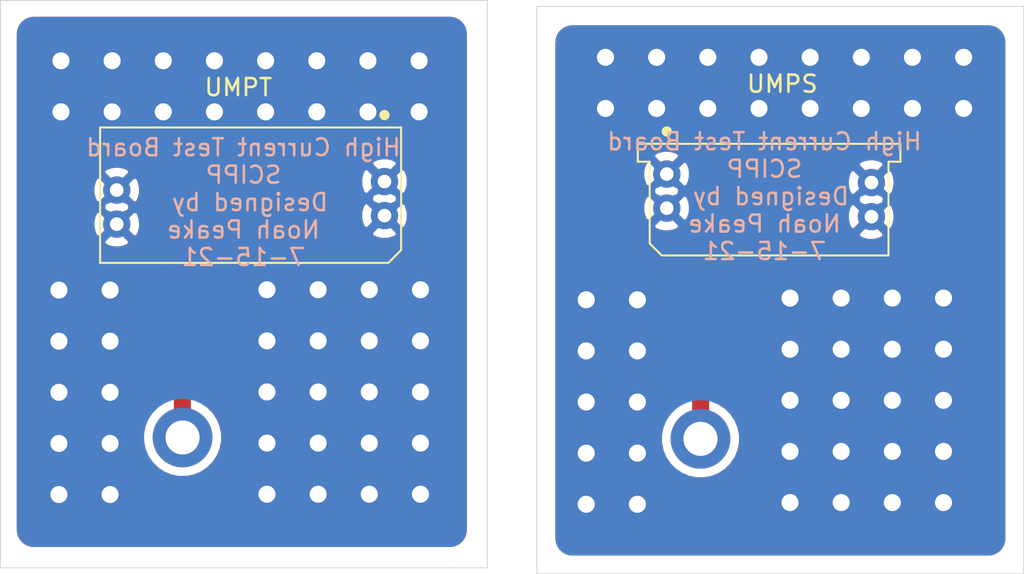
<source format=kicad_pcb>
(kicad_pcb (version 20171130) (host pcbnew "(5.1.4)-1")

  (general
    (thickness 1.6)
    (drawings 12)
    (tracks 100)
    (zones 0)
    (modules 4)
    (nets 2)
  )

  (page A4)
  (title_block
    (title "High Current Tester Board")
    (date 2021-07-15)
    (rev v1)
    (company "Santa Cruz Institute of Particle Physics")
    (comment 1 "Designed by Noah Peake")
    (comment 2 "Used for testing current carrying capability of Samtec UMPS/UMPT connectors")
  )

  (layers
    (0 F.Cu signal)
    (31 B.Cu signal)
    (32 B.Adhes user)
    (33 F.Adhes user)
    (34 B.Paste user)
    (35 F.Paste user)
    (36 B.SilkS user)
    (37 F.SilkS user)
    (38 B.Mask user)
    (39 F.Mask user)
    (40 Dwgs.User user)
    (41 Cmts.User user)
    (42 Eco1.User user)
    (43 Eco2.User user)
    (44 Edge.Cuts user)
    (45 Margin user)
    (46 B.CrtYd user)
    (47 F.CrtYd user)
    (48 B.Fab user)
    (49 F.Fab user)
  )

  (setup
    (last_trace_width 0.25)
    (user_trace_width 1)
    (user_trace_width 1.5)
    (user_trace_width 2)
    (user_trace_width 3)
    (trace_clearance 0.2)
    (zone_clearance 0.508)
    (zone_45_only no)
    (trace_min 0.2)
    (via_size 0.8)
    (via_drill 0.4)
    (via_min_size 0.4)
    (via_min_drill 0.3)
    (uvia_size 0.3)
    (uvia_drill 0.1)
    (uvias_allowed no)
    (uvia_min_size 0.2)
    (uvia_min_drill 0.1)
    (edge_width 0.05)
    (segment_width 0.2)
    (pcb_text_width 0.3)
    (pcb_text_size 1.5 1.5)
    (mod_edge_width 0.12)
    (mod_text_size 1 1)
    (mod_text_width 0.15)
    (pad_size 1.6 1.6)
    (pad_drill 0.8)
    (pad_to_mask_clearance 0.051)
    (solder_mask_min_width 0.25)
    (aux_axis_origin 0 0)
    (visible_elements 7FFFFFFF)
    (pcbplotparams
      (layerselection 0x010fc_ffffffff)
      (usegerberextensions false)
      (usegerberattributes false)
      (usegerberadvancedattributes false)
      (creategerberjobfile false)
      (excludeedgelayer true)
      (linewidth 0.100000)
      (plotframeref false)
      (viasonmask false)
      (mode 1)
      (useauxorigin false)
      (hpglpennumber 1)
      (hpglpenspeed 20)
      (hpglpendiameter 15.000000)
      (psnegative false)
      (psa4output false)
      (plotreference true)
      (plotvalue true)
      (plotinvisibletext false)
      (padsonsilk false)
      (subtractmaskfromsilk false)
      (outputformat 1)
      (mirror false)
      (drillshape 1)
      (scaleselection 1)
      (outputdirectory ""))
  )

  (net 0 "")
  (net 1 GND)

  (net_class Default "This is the default net class."
    (clearance 0.2)
    (trace_width 0.25)
    (via_dia 0.8)
    (via_drill 0.4)
    (uvia_dia 0.3)
    (uvia_drill 0.1)
    (add_net GND)
  )

  (module SCIPP_Connectors:UMPS_5_Pin (layer F.Cu) (tedit 60EF6BE8) (tstamp 5FBF1FAE)
    (at 193.7244 56.990752)
    (fp_text reference UMPS (at 0.7756 -6.790752) (layer F.SilkS)
      (effects (font (size 1 1) (thickness 0.15)))
    )
    (fp_text value "5 Pin" (at 2.5 -5.7) (layer F.Fab)
      (effects (font (size 1 1) (thickness 0.15)))
    )
    (fp_line (start -5.075 -3.275) (end 5.075 -3.275) (layer F.SilkS) (width 0.12))
    (fp_circle (center -6 -4) (end -5.85 -4) (layer F.SilkS) (width 0.3))
    (fp_line (start -7.7 -3.275) (end -5.075 -3.275) (layer F.SilkS) (width 0.12))
    (fp_line (start -7.7 -2.225) (end -7.7 -3.275) (layer F.SilkS) (width 0.12))
    (fp_line (start -7 -2.225) (end -7 2.575) (layer F.SilkS) (width 0.12))
    (fp_line (start -7 2.575) (end -6.3 3.275) (layer F.SilkS) (width 0.12))
    (fp_line (start -7 -2.225) (end -7.7 -2.225) (layer F.SilkS) (width 0.12))
    (fp_line (start 1.1494 -0.799248) (end 1.7244 -0.799248) (layer Dwgs.User) (width 0.01))
    (fp_line (start 1.7244 -0.199248) (end 1.1494 -0.199248) (layer Dwgs.User) (width 0.01))
    (fp_line (start 1.1494 -0.199248) (end 1.1494 1.200752) (layer Dwgs.User) (width 0.01))
    (fp_line (start 0.849399 -1.199248) (end 0.1744 -1.199248) (layer Dwgs.User) (width 0.01))
    (fp_line (start 1.824399 1.200752) (end 1.824399 2.200752) (layer Dwgs.User) (width 0.01))
    (fp_line (start 1.824399 2.200752) (end 2.8494 2.200752) (layer Dwgs.User) (width 0.01))
    (fp_line (start 1.1494 1.200752) (end 1.824399 1.200752) (layer Dwgs.User) (width 0.01))
    (fp_line (start 3.7244 -0.799248) (end 3.7244 -0.199248) (layer Dwgs.User) (width 0.01))
    (fp_line (start 2.8494 2.200752) (end 2.8494 0.800751) (layer Dwgs.User) (width 0.01))
    (fp_line (start 4.1744 -2.199248) (end 3.1494 -2.199248) (layer Dwgs.User) (width 0.01))
    (fp_line (start 7.5244 -2.399248) (end 7.5244 -3.099248) (layer Dwgs.User) (width 0.01))
    (fp_line (start 4.274399 0.800752) (end 4.274399 0.200752) (layer Dwgs.User) (width 0.01))
    (fp_line (start 2.8494 0.200752) (end 2.8494 -1.199248) (layer Dwgs.User) (width 0.01))
    (fp_line (start 4.8494 2.200752) (end 4.8494 0.800751) (layer Dwgs.User) (width 0.01))
    (fp_line (start -7.5256 -2.399248) (end -6.8256 -2.399248) (layer Dwgs.User) (width 0.01))
    (fp_line (start 4.8494 0.200752) (end 4.8494 -1.199248) (layer Dwgs.User) (width 0.01))
    (fp_line (start 2.1744 -1.199248) (end 2.1744 -2.199248) (layer Dwgs.User) (width 0.01))
    (fp_line (start 3.1494 -0.199248) (end 3.1494 1.200752) (layer Dwgs.User) (width 0.01))
    (fp_line (start 3.824399 2.200752) (end 4.8494 2.200752) (layer Dwgs.User) (width 0.01))
    (fp_line (start -0.850599 -0.799248) (end -0.275599 -0.799248) (layer Dwgs.User) (width 0.01))
    (fp_line (start 4.1744 -1.199248) (end 4.1744 -2.199248) (layer Dwgs.User) (width 0.01))
    (fp_line (start 3.7244 -0.199248) (end 3.1494 -0.199248) (layer Dwgs.User) (width 0.01))
    (fp_line (start -0.275599 -0.799248) (end -0.275599 -0.199248) (layer Dwgs.User) (width 0.01))
    (fp_line (start 3.1494 1.200752) (end 3.824399 1.200752) (layer Dwgs.User) (width 0.01))
    (fp_line (start -0.850599 -0.199248) (end -0.850599 1.200752) (layer Dwgs.User) (width 0.01))
    (fp_line (start -0.850599 1.200752) (end -0.1756 1.200752) (layer Dwgs.User) (width 0.01))
    (fp_line (start -6.3506 -1.499248) (end -6.150599 -1.499248) (layer Dwgs.User) (width 0.01))
    (fp_line (start 0.849399 2.200752) (end 0.849399 0.800751) (layer Dwgs.User) (width 0.01))
    (fp_line (start 3.824399 1.200752) (end 3.824399 2.200752) (layer Dwgs.User) (width 0.01))
    (fp_line (start 1.1494 -2.199248) (end 1.1494 -0.799248) (layer Dwgs.User) (width 0.01))
    (fp_line (start 0.1744 -1.199248) (end 0.1744 -2.199248) (layer Dwgs.User) (width 0.01))
    (fp_line (start 2.8494 -1.199248) (end 2.1744 -1.199248) (layer Dwgs.User) (width 0.01))
    (fp_line (start 0.849399 0.800751) (end 0.274399 0.800752) (layer Dwgs.User) (width 0.01))
    (fp_line (start -2.275599 -0.799248) (end -2.275599 -0.199248) (layer Dwgs.User) (width 0.01))
    (fp_line (start 3.1494 -0.799248) (end 3.7244 -0.799248) (layer Dwgs.User) (width 0.01))
    (fp_line (start -0.1756 1.200752) (end -0.1756 2.200752) (layer Dwgs.User) (width 0.01))
    (fp_line (start -0.275599 -0.199248) (end -0.850599 -0.199248) (layer Dwgs.User) (width 0.01))
    (fp_line (start -0.1756 2.200752) (end 0.849399 2.200752) (layer Dwgs.User) (width 0.01))
    (fp_line (start 2.8494 0.800751) (end 2.274399 0.800752) (layer Dwgs.User) (width 0.01))
    (fp_line (start 4.8494 -1.199248) (end 4.1744 -1.199248) (layer Dwgs.User) (width 0.01))
    (fp_line (start 3.1494 -2.199248) (end 3.1494 -0.799248) (layer Dwgs.User) (width 0.01))
    (fp_line (start -6.3506 0.500751) (end -6.3506 -1.499248) (layer Dwgs.User) (width 0.01))
    (fp_line (start 6.8244 -2.399248) (end 7.5244 -2.399248) (layer Dwgs.User) (width 0.01))
    (fp_line (start 4.274399 0.200752) (end 4.8494 0.200752) (layer Dwgs.User) (width 0.01))
    (fp_line (start 0.1744 -2.199248) (end -0.850599 -2.199248) (layer Dwgs.User) (width 0.01))
    (fp_line (start -6.150599 0.500751) (end -6.3506 0.500751) (layer Dwgs.User) (width 0.01))
    (fp_line (start 1.7244 -0.799248) (end 1.7244 -0.199248) (layer Dwgs.User) (width 0.01))
    (fp_line (start 2.274399 0.800752) (end 2.274399 0.200752) (layer Dwgs.User) (width 0.01))
    (fp_line (start 4.8494 0.800751) (end 4.274399 0.800752) (layer Dwgs.User) (width 0.01))
    (fp_line (start 7.351194 -2.399248) (end 7.351194 -3.099248) (layer Dwgs.User) (width 0.01))
    (fp_line (start 2.1744 -2.199248) (end 1.1494 -2.199248) (layer Dwgs.User) (width 0.01))
    (fp_line (start 2.274399 0.200752) (end 2.8494 0.200752) (layer Dwgs.User) (width 0.01))
    (fp_line (start -5.8756 0.430752) (end -6.1256 0.430752) (layer Dwgs.User) (width 0.01))
    (fp_line (start -3.3756 3.100752) (end -3.3756 2.700752) (layer Dwgs.User) (width 0.01))
    (fp_line (start 3.3744 2.700752) (end 3.3744 3.100752) (layer Dwgs.User) (width 0.01))
    (fp_line (start -3.6756 3.100752) (end -3.6756 3.087752) (layer Dwgs.User) (width 0.01))
    (fp_line (start -1.3756 -2.699248) (end -1.3756 -3.099248) (layer Dwgs.User) (width 0.01))
    (fp_line (start 6.8244 -2.749248) (end 6.4744 -2.749248) (layer Dwgs.User) (width 0.01))
    (fp_line (start -6.150599 -2.249248) (end -6.8256 -2.249248) (layer Dwgs.User) (width 0.01))
    (fp_line (start -0.625599 2.700752) (end -0.625599 3.100752) (layer Dwgs.User) (width 0.01))
    (fp_line (start 6.1244 1.320752) (end 5.8744 1.320752) (layer Dwgs.User) (width 0.01))
    (fp_line (start 6.1244 -1.069248) (end 5.8744 -1.069248) (layer Dwgs.User) (width 0.01))
    (fp_line (start 6.4744 3.100752) (end 6.4744 2.750752) (layer Dwgs.User) (width 0.01))
    (fp_line (start -0.486942 0.800752) (end -0.486942 0.200751) (layer Dwgs.User) (width 0.01))
    (fp_line (start 0.624399 -2.699248) (end 0.6244 -3.099248) (layer Dwgs.User) (width 0.01))
    (fp_line (start -5.8756 -1.179248) (end -6.1256 -1.179248) (layer Dwgs.User) (width 0.01))
    (fp_line (start -5.8756 -1.819248) (end -6.1256 -1.819248) (layer Dwgs.User) (width 0.01))
    (fp_line (start -5.8756 -1.569248) (end -6.1256 -1.569248) (layer Dwgs.User) (width 0.01))
    (fp_line (start -5.8756 0.757252) (end -6.1256 0.757252) (layer Dwgs.User) (width 0.01))
    (fp_line (start -5.975599 -3.099248) (end -5.9756 -2.349248) (layer Dwgs.User) (width 0.01))
    (fp_line (start 6.1244 -0.742748) (end 5.8744 -0.742748) (layer Dwgs.User) (width 0.01))
    (fp_line (start -0.6506 0.200752) (end 0.1994 0.200752) (layer Dwgs.User) (width 0.01))
    (fp_line (start -5.9756 2.250752) (end -5.9756 3.100752) (layer Dwgs.User) (width 0.01))
    (fp_line (start -7.5256 -3.099248) (end 7.5244 -3.099248) (layer Dwgs.User) (width 0.01))
    (fp_line (start 6.3494 -0.999247) (end 6.1494 -0.999248) (layer Dwgs.User) (width 0.01))
    (fp_line (start 6.1494 1.000751) (end 6.3494 1.000751) (layer Dwgs.User) (width 0.01))
    (fp_line (start 6.4744 2.750752) (end 6.8244 2.750752) (layer Dwgs.User) (width 0.01))
    (fp_line (start 6.8244 -1.199248) (end 6.7244 -1.199248) (layer Dwgs.User) (width 0.01))
    (fp_line (start -2.6256 2.700752) (end -2.6256 3.100752) (layer Dwgs.User) (width 0.01))
    (fp_line (start 1.3744 2.700752) (end 1.3744 3.100752) (layer Dwgs.User) (width 0.01))
    (fp_line (start -3.3756 -2.699248) (end -3.3756 -3.099248) (layer Dwgs.User) (width 0.01))
    (fp_line (start 3.3744 -3.099248) (end 3.3744 -2.699248) (layer Dwgs.User) (width 0.01))
    (fp_line (start 6.1244 -0.929247) (end 5.8744 -0.929247) (layer Dwgs.User) (width 0.01))
    (fp_line (start 6.1244 1.070752) (end 5.8744 1.070752) (layer Dwgs.User) (width 0.01))
    (fp_line (start -2.6256 -3.099248) (end -2.6256 -2.699248) (layer Dwgs.User) (width 0.01))
    (fp_line (start 6.1244 1.257252) (end 5.8744 1.257252) (layer Dwgs.User) (width 0.01))
    (fp_line (start -0.6506 0.800752) (end -0.6506 0.200752) (layer Dwgs.User) (width 0.01))
    (fp_line (start 6.1244 0.680751) (end 5.8744 0.680751) (layer Dwgs.User) (width 0.01))
    (fp_line (start -5.8756 0.820752) (end -6.1256 0.820752) (layer Dwgs.User) (width 0.01))
    (fp_line (start -5.8756 -1.429248) (end -6.1256 -1.429248) (layer Dwgs.User) (width 0.01))
    (fp_line (start 6.3494 1.000751) (end 6.3494 -0.999247) (layer Dwgs.User) (width 0.01))
    (fp_line (start -5.8756 0.570752) (end -6.1256 0.570752) (layer Dwgs.User) (width 0.01))
    (fp_line (start 6.8244 3.100752) (end 6.8244 -1.199248) (layer Dwgs.User) (width 0.01))
    (fp_line (start -3.6756 3.087752) (end -4.9756 3.087752) (layer Dwgs.User) (width 0.01))
    (fp_line (start -6.1256 -1.755748) (end -5.8756 -1.755748) (layer Dwgs.User) (width 0.01))
    (fp_line (start 6.1244 -0.679247) (end 5.8744 -0.679247) (layer Dwgs.User) (width 0.01))
    (fp_line (start -6.8256 2.250752) (end -5.9756 2.250752) (layer Dwgs.User) (width 0.01))
    (fp_line (start 0.624399 3.100752) (end 0.624399 2.700752) (layer Dwgs.User) (width 0.01))
    (fp_line (start -5.8756 -1.242748) (end -6.1256 -1.242748) (layer Dwgs.User) (width 0.01))
    (fp_line (start 5.8744 -1.255748) (end 6.1244 -1.255748) (layer Dwgs.User) (width 0.01))
    (fp_line (start 2.6244 3.100752) (end 2.6244 2.700752) (layer Dwgs.User) (width 0.01))
    (fp_line (start -4.9756 3.087752) (end -4.9756 3.100752) (layer Dwgs.User) (width 0.01))
    (fp_line (start -2.486942 -1.199248) (end -2.486942 -1.799248) (layer Dwgs.User) (width 0.01))
    (fp_line (start -6.1256 0.244252) (end -5.8756 0.244252) (layer Dwgs.User) (width 0.01))
    (fp_line (start 6.4744 -2.749248) (end 6.4744 -3.099248) (layer Dwgs.User) (width 0.01))
    (fp_line (start -1.3756 3.100752) (end -1.3756 2.700752) (layer Dwgs.User) (width 0.01))
    (fp_line (start 6.1244 -1.319248) (end 5.8744 -1.319248) (layer Dwgs.User) (width 0.01))
    (fp_line (start 5.8744 0.744252) (end 6.1244 0.744252) (layer Dwgs.User) (width 0.01))
    (fp_line (start -5.8756 0.180752) (end -6.1256 0.180752) (layer Dwgs.User) (width 0.01))
    (fp_line (start 2.6244 -2.699248) (end 2.6244 -3.099248) (layer Dwgs.User) (width 0.01))
    (fp_line (start 1.3744 -3.099248) (end 1.3744 -2.699248) (layer Dwgs.User) (width 0.01))
    (fp_line (start 0.1994 0.800752) (end -0.6506 0.800752) (layer Dwgs.User) (width 0.01))
    (fp_line (start -4.3256 3.087752) (end -4.3256 3.100752) (layer Dwgs.User) (width 0.01))
    (fp_line (start -2.6506 -1.199248) (end -2.6506 -1.799248) (layer Dwgs.User) (width 0.01))
    (fp_line (start 6.1244 0.930752) (end 5.8744 0.930752) (layer Dwgs.User) (width 0.01))
    (fp_line (start -0.6256 -3.099248) (end -0.6256 -2.699248) (layer Dwgs.User) (width 0.01))
    (fp_line (start 3.3494 -1.799248) (end 4.1744 -1.799248) (layer Dwgs.User) (width 0.01))
    (fp_line (start 3.3494 -1.199248) (end 3.3494 -1.799248) (layer Dwgs.User) (width 0.01))
    (fp_line (start -4.650599 0.800752) (end -4.650599 0.200752) (layer Dwgs.User) (width 0.01))
    (fp_line (start -0.6506 -1.199248) (end -0.6506 -1.799248) (layer Dwgs.User) (width 0.01))
    (fp_line (start -4.650599 0.200752) (end -3.8006 0.200752) (layer Dwgs.User) (width 0.01))
    (fp_line (start 3.513057 0.800752) (end 3.513057 0.200751) (layer Dwgs.User) (width 0.01))
    (fp_line (start 1.513057 -1.199248) (end 1.513057 -1.799248) (layer Dwgs.User) (width 0.01))
    (fp_line (start -0.080599 -1.199248) (end -0.080599 -1.799248) (layer Dwgs.User) (width 0.01))
    (fp_line (start -0.380599 0.800752) (end -0.380599 0.200751) (layer Dwgs.User) (width 0.01))
    (fp_line (start 1.3494 0.200752) (end 2.1994 0.200752) (layer Dwgs.User) (width 0.01))
    (fp_line (start 3.9194 -1.199248) (end 3.9194 -1.799248) (layer Dwgs.User) (width 0.01))
    (fp_line (start -2.0806 0.800752) (end -2.0806 0.200751) (layer Dwgs.User) (width 0.01))
    (fp_line (start 1.9194 -1.199248) (end 1.9194 -1.799248) (layer Dwgs.User) (width 0.01))
    (fp_line (start 1.843006 0.800752) (end 1.843006 0.200751) (layer Dwgs.User) (width 0.01))
    (fp_line (start 3.843006 -1.199248) (end 3.843006 -1.799248) (layer Dwgs.User) (width 0.01))
    (fp_line (start -4.486942 0.800752) (end -4.486942 0.200751) (layer Dwgs.User) (width 0.01))
    (fp_line (start -3.8006 0.800752) (end -4.650599 0.800752) (layer Dwgs.User) (width 0.01))
    (fp_line (start 2.1994 0.800752) (end 1.3494 0.800752) (layer Dwgs.User) (width 0.01))
    (fp_line (start -4.3806 0.800752) (end -4.3806 0.200751) (layer Dwgs.User) (width 0.01))
    (fp_line (start 3.843006 0.800752) (end 3.843006 0.200751) (layer Dwgs.User) (width 0.01))
    (fp_line (start 3.6194 0.800752) (end 3.6194 0.200751) (layer Dwgs.User) (width 0.01))
    (fp_line (start -4.650599 -1.799248) (end -3.825599 -1.799248) (layer Dwgs.User) (width 0.01))
    (fp_line (start -3.825599 -1.199248) (end -4.650599 -1.199248) (layer Dwgs.User) (width 0.01))
    (fp_line (start -0.156993 0.800752) (end -0.156993 0.200751) (layer Dwgs.User) (width 0.01))
    (fp_line (start -2.3806 0.800752) (end -2.3806 0.200751) (layer Dwgs.User) (width 0.01))
    (fp_line (start -2.6506 0.200752) (end -1.8006 0.200752) (layer Dwgs.User) (width 0.01))
    (fp_line (start -2.6506 0.800752) (end -2.6506 0.200752) (layer Dwgs.User) (width 0.01))
    (fp_line (start 1.6194 -1.199248) (end 1.6194 -1.799248) (layer Dwgs.User) (width 0.01))
    (fp_line (start -4.0806 0.800752) (end -4.0806 0.200751) (layer Dwgs.User) (width 0.01))
    (fp_line (start 4.1744 -1.199248) (end 3.3494 -1.199248) (layer Dwgs.User) (width 0.01))
    (fp_line (start -0.080599 0.800752) (end -0.080599 0.200751) (layer Dwgs.User) (width 0.01))
    (fp_line (start -2.3806 -1.199248) (end -2.3806 -1.799248) (layer Dwgs.User) (width 0.01))
    (fp_line (start 4.199399 0.800752) (end 3.3494 0.800752) (layer Dwgs.User) (width 0.01))
    (fp_line (start -2.486942 0.800752) (end -2.486942 0.200751) (layer Dwgs.User) (width 0.01))
    (fp_line (start -4.156993 -1.199248) (end -4.156993 -1.799248) (layer Dwgs.User) (width 0.01))
    (fp_line (start 1.6194 0.800752) (end 1.6194 0.200751) (layer Dwgs.User) (width 0.01))
    (fp_line (start -2.0806 -1.199248) (end -2.0806 -1.799248) (layer Dwgs.User) (width 0.01))
    (fp_line (start 0.1744 -1.199248) (end -0.6506 -1.199248) (layer Dwgs.User) (width 0.01))
    (fp_line (start -4.650599 -1.199248) (end -4.650599 -1.799248) (layer Dwgs.User) (width 0.01))
    (fp_line (start 1.3494 -1.199248) (end 1.3494 -1.799248) (layer Dwgs.User) (width 0.01))
    (fp_line (start 1.843006 -1.199248) (end 1.843006 -1.799248) (layer Dwgs.User) (width 0.01))
    (fp_line (start -4.0806 -1.199248) (end -4.0806 -1.799248) (layer Dwgs.User) (width 0.01))
    (fp_line (start -0.6506 -1.799248) (end 0.1744 -1.799248) (layer Dwgs.User) (width 0.01))
    (fp_line (start 2.1744 -1.199248) (end 1.3494 -1.199248) (layer Dwgs.User) (width 0.01))
    (fp_line (start 1.9194 0.800752) (end 1.9194 0.200751) (layer Dwgs.User) (width 0.01))
    (fp_line (start -2.6506 -1.799248) (end -1.825599 -1.799248) (layer Dwgs.User) (width 0.01))
    (fp_line (start -4.3806 -1.199248) (end -4.3806 -1.799248) (layer Dwgs.User) (width 0.01))
    (fp_line (start 3.513057 -1.199248) (end 3.513057 -1.799248) (layer Dwgs.User) (width 0.01))
    (fp_line (start 3.6194 -1.199248) (end 3.6194 -1.799248) (layer Dwgs.User) (width 0.01))
    (fp_line (start -0.486942 -1.199248) (end -0.486942 -1.799248) (layer Dwgs.User) (width 0.01))
    (fp_line (start -0.380599 -1.199248) (end -0.380599 -1.799248) (layer Dwgs.User) (width 0.01))
    (fp_line (start -1.8006 0.800752) (end -2.6506 0.800752) (layer Dwgs.User) (width 0.01))
    (fp_line (start 1.513057 0.800752) (end 1.513057 0.200751) (layer Dwgs.User) (width 0.01))
    (fp_line (start -2.156993 0.800752) (end -2.156993 0.200751) (layer Dwgs.User) (width 0.01))
    (fp_line (start 1.3494 -1.799248) (end 2.1744 -1.799248) (layer Dwgs.User) (width 0.01))
    (fp_line (start 3.3494 0.800752) (end 3.3494 0.200752) (layer Dwgs.User) (width 0.01))
    (fp_line (start 1.3494 0.800752) (end 1.3494 0.200752) (layer Dwgs.User) (width 0.01))
    (fp_line (start -4.156993 0.800752) (end -4.156993 0.200751) (layer Dwgs.User) (width 0.01))
    (fp_line (start 3.9194 0.800752) (end 3.9194 0.200751) (layer Dwgs.User) (width 0.01))
    (fp_line (start 3.3494 0.200752) (end 4.199399 0.200752) (layer Dwgs.User) (width 0.01))
    (fp_line (start -1.825599 -1.199248) (end -2.6506 -1.199248) (layer Dwgs.User) (width 0.01))
    (fp_line (start -2.156993 -1.199248) (end -2.156993 -1.799248) (layer Dwgs.User) (width 0.01))
    (fp_line (start -0.156993 -1.199248) (end -0.156993 -1.799248) (layer Dwgs.User) (width 0.01))
    (fp_line (start -4.486942 -1.199248) (end -4.486942 -1.799248) (layer Dwgs.User) (width 0.01))
    (fp_line (start -4.140981 0.800752) (end -4.140981 0.200752) (layer Dwgs.User) (width 0.01))
    (fp_line (start -0.2006 -1.199248) (end -0.2006 -0.799247) (layer Dwgs.User) (width 0.01))
    (fp_line (start 0.076078 -1.199248) (end 0.076078 -1.799248) (layer Dwgs.User) (width 0.01))
    (fp_line (start -3.8006 -0.799247) (end -3.800599 -1.199248) (layer Dwgs.User) (width 0.01))
    (fp_line (start 3.799399 -2.099248) (end 3.1494 -2.099248) (layer Dwgs.User) (width 0.01))
    (fp_line (start 1.459018 0.800752) (end 1.459018 0.200752) (layer Dwgs.User) (width 0.01))
    (fp_line (start 3.459018 0.800752) (end 3.459018 0.200752) (layer Dwgs.User) (width 0.01))
    (fp_line (start 0.1994 0.800752) (end 0.1994 0.200752) (layer Dwgs.User) (width 0.01))
    (fp_line (start 2.1994 0.800752) (end 2.1994 0.200752) (layer Dwgs.User) (width 0.01))
    (fp_line (start -0.540981 0.800752) (end -0.540981 0.200752) (layer Dwgs.User) (width 0.01))
    (fp_line (start -0.2506 0.800752) (end -0.2506 0.200751) (layer Dwgs.User) (width 0.01))
    (fp_line (start 1.7494 -1.199248) (end 1.7494 -1.799248) (layer Dwgs.User) (width 0.01))
    (fp_line (start -1.8006 0.800752) (end -1.8006 0.200752) (layer Dwgs.User) (width 0.01))
    (fp_line (start 2.1994 -0.799247) (end 2.1994 -1.199248) (layer Dwgs.User) (width 0.01))
    (fp_line (start -2.2506 -1.199248) (end -2.2506 -1.799248) (layer Dwgs.User) (width 0.01))
    (fp_line (start -4.540981 -1.199248) (end -4.540981 -1.799248) (layer Dwgs.User) (width 0.01))
    (fp_line (start -0.140981 -1.199248) (end -0.140981 -1.799248) (layer Dwgs.User) (width 0.01))
    (fp_line (start 3.459018 -1.199248) (end 3.459018 -1.799248) (layer Dwgs.User) (width 0.01))
    (fp_line (start 1.7494 0.800752) (end 1.7494 0.200751) (layer Dwgs.User) (width 0.01))
    (fp_line (start -0.140981 0.800752) (end -0.140981 0.200752) (layer Dwgs.User) (width 0.01))
    (fp_line (start -0.2506 -1.199248) (end -0.2506 -1.799248) (layer Dwgs.User) (width 0.01))
    (fp_line (start -3.923921 -1.199248) (end -3.923921 -1.799248) (layer Dwgs.User) (width 0.01))
    (fp_line (start -3.923921 0.800752) (end -3.923921 0.200752) (layer Dwgs.User) (width 0.01))
    (fp_line (start -1.923921 0.800752) (end -1.923921 0.200752) (layer Dwgs.User) (width 0.01))
    (fp_line (start -4.2506 -1.199248) (end -4.2506 -1.799248) (layer Dwgs.User) (width 0.01))
    (fp_line (start -1.923921 -1.199248) (end -1.923921 -1.799248) (layer Dwgs.User) (width 0.01))
    (fp_line (start -2.2006 -1.199248) (end -2.2006 -0.799247) (layer Dwgs.User) (width 0.01))
    (fp_line (start 3.799399 -1.199248) (end 3.7994 -0.799247) (layer Dwgs.User) (width 0.01))
    (fp_line (start -0.2006 -2.099248) (end -0.2006 -1.799248) (layer Dwgs.User) (width 0.01))
    (fp_line (start 1.7994 -2.099248) (end 1.7994 -1.799248) (layer Dwgs.User) (width 0.01))
    (fp_line (start -2.540981 -1.199248) (end -2.540981 -1.799248) (layer Dwgs.User) (width 0.01))
    (fp_line (start -2.540981 0.800752) (end -2.540981 0.200752) (layer Dwgs.User) (width 0.01))
    (fp_line (start 2.076078 -1.199248) (end 2.076078 -1.799248) (layer Dwgs.User) (width 0.01))
    (fp_line (start -2.140981 0.800752) (end -2.140981 0.200752) (layer Dwgs.User) (width 0.01))
    (fp_line (start -2.2006 -2.099248) (end -2.8506 -2.099248) (layer Dwgs.User) (width 0.01))
    (fp_line (start -4.2006 -2.199248) (end -4.2006 -1.799248) (layer Dwgs.User) (width 0.01))
    (fp_line (start 3.7494 0.800752) (end 3.7494 0.200751) (layer Dwgs.User) (width 0.01))
    (fp_line (start -4.540981 0.800752) (end -4.540981 0.200752) (layer Dwgs.User) (width 0.01))
    (fp_line (start 2.076078 0.800752) (end 2.076078 0.200752) (layer Dwgs.User) (width 0.01))
    (fp_line (start 3.859018 0.800752) (end 3.859018 0.200752) (layer Dwgs.User) (width 0.01))
    (fp_line (start 4.076078 -1.199248) (end 4.076078 -1.799248) (layer Dwgs.User) (width 0.01))
    (fp_line (start -4.2006 -1.199248) (end -4.2006 -0.799247) (layer Dwgs.User) (width 0.01))
    (fp_line (start -2.140981 -1.199248) (end -2.140981 -1.799248) (layer Dwgs.User) (width 0.01))
    (fp_line (start 3.7494 -1.199248) (end 3.7494 -1.799248) (layer Dwgs.User) (width 0.01))
    (fp_line (start -2.2506 0.800752) (end -2.2506 0.200751) (layer Dwgs.User) (width 0.01))
    (fp_line (start 4.076078 0.800752) (end 4.076078 0.200752) (layer Dwgs.User) (width 0.01))
    (fp_line (start 3.859018 -1.199248) (end 3.859018 -1.799248) (layer Dwgs.User) (width 0.01))
    (fp_line (start 1.859018 0.800752) (end 1.859018 0.200752) (layer Dwgs.User) (width 0.01))
    (fp_line (start 4.199399 -0.799247) (end 4.199399 -1.199248) (layer Dwgs.User) (width 0.01))
    (fp_line (start -3.8006 0.800752) (end -3.8006 0.200752) (layer Dwgs.User) (width 0.01))
    (fp_line (start 4.199399 0.800752) (end 4.199399 0.200752) (layer Dwgs.User) (width 0.01))
    (fp_line (start 1.859018 -1.199248) (end 1.859018 -1.799248) (layer Dwgs.User) (width 0.01))
    (fp_line (start 1.459018 -1.199248) (end 1.459018 -1.799248) (layer Dwgs.User) (width 0.01))
    (fp_line (start 0.1994 -0.799247) (end 0.1994 -1.199248) (layer Dwgs.User) (width 0.01))
    (fp_line (start -4.2506 0.800752) (end -4.2506 0.200751) (layer Dwgs.User) (width 0.01))
    (fp_line (start -4.140981 -1.199248) (end -4.140981 -1.799248) (layer Dwgs.User) (width 0.01))
    (fp_line (start -2.2006 -2.099248) (end -2.2006 -1.799248) (layer Dwgs.User) (width 0.01))
    (fp_line (start 0.076078 0.800752) (end 0.076078 0.200752) (layer Dwgs.User) (width 0.01))
    (fp_line (start -0.2006 -2.099248) (end -0.850599 -2.099248) (layer Dwgs.User) (width 0.01))
    (fp_line (start 1.7994 -2.099248) (end 1.1494 -2.099248) (layer Dwgs.User) (width 0.01))
    (fp_line (start -1.8006 -0.799247) (end -1.8006 -1.199248) (layer Dwgs.User) (width 0.01))
    (fp_line (start 3.799399 -2.099248) (end 3.799399 -1.799248) (layer Dwgs.User) (width 0.01))
    (fp_line (start -0.540981 -1.199248) (end -0.540981 -1.799248) (layer Dwgs.User) (width 0.01))
    (fp_line (start 1.7994 -1.199248) (end 1.7994 -0.799247) (layer Dwgs.User) (width 0.01))
    (fp_line (start -0.310218 0.800752) (end -0.310218 0.200752) (layer Dwgs.User) (width 0.01))
    (fp_line (start 1.7994 -2.199248) (end 1.7994 -2.099248) (layer Dwgs.User) (width 0.01))
    (fp_line (start -1.825599 -1.799248) (end -1.8006 -1.799248) (layer Dwgs.User) (width 0.01))
    (fp_line (start 1.1494 -2.099248) (end 0.1994 -2.099248) (layer Dwgs.User) (width 0.01))
    (fp_line (start -3.800599 -1.519248) (end -4.2006 -1.519248) (layer Dwgs.User) (width 0.01))
    (fp_line (start -0.310218 -1.199248) (end -0.310218 -1.799248) (layer Dwgs.User) (width 0.01))
    (fp_line (start 4.199399 -1.199248) (end 4.199399 -2.199248) (layer Dwgs.User) (width 0.01))
    (fp_line (start 2.1744 -1.799248) (end 2.1994 -1.799248) (layer Dwgs.User) (width 0.01))
    (fp_line (start 0.1994 -1.199248) (end 0.1994 -2.199248) (layer Dwgs.User) (width 0.01))
    (fp_line (start -1.8006 -1.199248) (end -1.8006 -2.199248) (layer Dwgs.User) (width 0.01))
    (fp_line (start 3.1494 -2.199248) (end 2.1744 -2.199248) (layer Dwgs.User) (width 0.01))
    (fp_line (start -3.8006 -1.199248) (end -3.8006 -2.199248) (layer Dwgs.User) (width 0.01))
    (fp_line (start 1.824399 2.200752) (end 1.7994 2.200752) (layer Dwgs.User) (width 0.01))
    (fp_line (start 1.1494 -2.199248) (end 0.1744 -2.199248) (layer Dwgs.User) (width 0.01))
    (fp_line (start -2.2006 -2.199248) (end -2.2006 -2.099248) (layer Dwgs.User) (width 0.01))
    (fp_line (start -3.825599 -1.799248) (end -3.8006 -1.799248) (layer Dwgs.User) (width 0.01))
    (fp_line (start -1.8006 -1.519248) (end -2.2006 -1.519248) (layer Dwgs.User) (width 0.01))
    (fp_line (start 4.199399 -1.519248) (end 3.799399 -1.519248) (layer Dwgs.User) (width 0.01))
    (fp_line (start 2.1994 -1.219248) (end 1.7994 -1.219248) (layer Dwgs.User) (width 0.01))
    (fp_line (start -4.1756 2.200752) (end -4.2006 2.200752) (layer Dwgs.User) (width 0.01))
    (fp_line (start -2.310218 0.800752) (end -2.310218 0.200752) (layer Dwgs.User) (width 0.01))
    (fp_line (start -2.2006 0.800752) (end -2.2006 0.200752) (layer Dwgs.User) (width 0.01))
    (fp_line (start -1.8006 -1.219248) (end -2.2006 -1.219248) (layer Dwgs.User) (width 0.01))
    (fp_line (start -0.8506 -2.199248) (end -1.8256 -2.199248) (layer Dwgs.User) (width 0.01))
    (fp_line (start -0.2006 -1.199248) (end -0.2006 -1.799248) (layer Dwgs.User) (width 0.01))
    (fp_line (start 3.689781 -1.199248) (end 3.689781 -1.799248) (layer Dwgs.User) (width 0.01))
    (fp_line (start 3.689781 0.800752) (end 3.689781 0.200752) (layer Dwgs.User) (width 0.01))
    (fp_line (start 3.824399 2.200752) (end 3.799399 2.200752) (layer Dwgs.User) (width 0.01))
    (fp_line (start -3.800599 1.520752) (end -4.2006 1.520752) (layer Dwgs.User) (width 0.01))
    (fp_line (start -2.1756 2.200752) (end -2.2006 2.200752) (layer Dwgs.User) (width 0.01))
    (fp_line (start 0.1994 1.520752) (end -0.2006 1.520752) (layer Dwgs.User) (width 0.01))
    (fp_line (start -2.2006 -1.199248) (end -2.2006 -1.799248) (layer Dwgs.User) (width 0.01))
    (fp_line (start -4.2006 0.800752) (end -4.2006 0.200752) (layer Dwgs.User) (width 0.01))
    (fp_line (start -1.8006 1.520752) (end -2.2006 1.520752) (layer Dwgs.User) (width 0.01))
    (fp_line (start 3.799399 0.800752) (end 3.799399 0.200752) (layer Dwgs.User) (width 0.01))
    (fp_line (start 4.199399 -2.199248) (end 4.1744 -2.199248) (layer Dwgs.User) (width 0.01))
    (fp_line (start -2.310218 -1.199248) (end -2.310218 -1.799248) (layer Dwgs.User) (width 0.01))
    (fp_line (start -2.8506 -2.099248) (end -3.8006 -2.099248) (layer Dwgs.User) (width 0.01))
    (fp_line (start 3.799399 -1.199248) (end 3.799399 -1.799248) (layer Dwgs.User) (width 0.01))
    (fp_line (start 3.1494 -2.099248) (end 2.1994 -2.099248) (layer Dwgs.User) (width 0.01))
    (fp_line (start 1.7994 0.800752) (end 1.7994 0.200752) (layer Dwgs.User) (width 0.01))
    (fp_line (start 3.799399 -2.199248) (end 3.799399 -2.099248) (layer Dwgs.User) (width 0.01))
    (fp_line (start 2.1994 -1.519248) (end 1.7994 -1.519248) (layer Dwgs.User) (width 0.01))
    (fp_line (start 0.1994 -1.219248) (end -0.2006 -1.219248) (layer Dwgs.User) (width 0.01))
    (fp_line (start -0.850599 -2.099248) (end -1.8006 -2.099248) (layer Dwgs.User) (width 0.01))
    (fp_line (start 0.1994 -1.519248) (end -0.2006 -1.519248) (layer Dwgs.User) (width 0.01))
    (fp_line (start 1.689781 0.800752) (end 1.689781 0.200752) (layer Dwgs.User) (width 0.01))
    (fp_line (start 1.7994 -1.199248) (end 1.7994 -1.799248) (layer Dwgs.User) (width 0.01))
    (fp_line (start 1.689781 -1.199248) (end 1.689781 -1.799248) (layer Dwgs.User) (width 0.01))
    (fp_line (start 0.1994 1.220752) (end -0.2006 1.220752) (layer Dwgs.User) (width 0.01))
    (fp_line (start 2.1994 1.520752) (end 1.7994 1.520752) (layer Dwgs.User) (width 0.01))
    (fp_line (start 4.199399 1.520752) (end 3.799399 1.520752) (layer Dwgs.User) (width 0.01))
    (fp_line (start 2.1994 1.220752) (end 1.7994 1.220752) (layer Dwgs.User) (width 0.01))
    (fp_line (start -0.1756 2.200752) (end -0.2006 2.200752) (layer Dwgs.User) (width 0.01))
    (fp_line (start -0.2006 -2.199248) (end -0.2006 -2.099248) (layer Dwgs.User) (width 0.01))
    (fp_line (start -0.2006 0.800752) (end -0.2006 0.200752) (layer Dwgs.User) (width 0.01))
    (fp_line (start -4.2006 -1.199248) (end -4.2006 -1.799248) (layer Dwgs.User) (width 0.01))
    (fp_line (start -4.310218 -1.199248) (end -4.310218 -1.799248) (layer Dwgs.User) (width 0.01))
    (fp_line (start -4.310218 0.800752) (end -4.310218 0.200752) (layer Dwgs.User) (width 0.01))
    (fp_line (start -1.8006 1.220752) (end -2.2006 1.220752) (layer Dwgs.User) (width 0.01))
    (fp_line (start 4.1744 -1.799248) (end 4.199399 -1.799248) (layer Dwgs.User) (width 0.01))
    (fp_line (start 0.1744 -1.799248) (end 0.1994 -1.799248) (layer Dwgs.User) (width 0.01))
    (fp_line (start -2.8506 -2.199248) (end -3.825599 -2.199248) (layer Dwgs.User) (width 0.01))
    (fp_line (start 2.1994 -1.199248) (end 2.1994 -2.199248) (layer Dwgs.User) (width 0.01))
    (fp_line (start 2.6494 -0.799247) (end 1.7994 -0.799247) (layer Dwgs.User) (width 0.01))
    (fp_line (start -3.6206 -0.199247) (end -3.6206 -0.799248) (layer Dwgs.User) (width 0.01))
    (fp_line (start -1.514257 -0.199247) (end -1.514257 -0.799248) (layer Dwgs.User) (width 0.01))
    (fp_line (start -2.1756 1.200752) (end -1.3506 1.200752) (layer Dwgs.User) (width 0.01))
    (fp_line (start 1.824399 1.200752) (end 2.6494 1.200752) (layer Dwgs.User) (width 0.01))
    (fp_line (start 0.155793 1.800752) (end 0.155793 1.200752) (layer Dwgs.User) (width 0.01))
    (fp_line (start 0.3794 1.800752) (end 0.3794 1.200752) (layer Dwgs.User) (width 0.01))
    (fp_line (start 2.3794 -0.199247) (end 2.3794 -0.799248) (layer Dwgs.User) (width 0.01))
    (fp_line (start 2.3794 1.800752) (end 2.3794 1.200752) (layer Dwgs.User) (width 0.01))
    (fp_line (start -3.6206 1.800752) (end -3.6206 1.200752) (layer Dwgs.User) (width 0.01))
    (fp_line (start 2.155793 1.800752) (end 2.155793 1.200752) (layer Dwgs.User) (width 0.01))
    (fp_line (start 0.6494 1.800752) (end -0.1756 1.800752) (layer Dwgs.User) (width 0.01))
    (fp_line (start 2.6494 -0.199247) (end 2.6494 -0.799247) (layer Dwgs.User) (width 0.01))
    (fp_line (start -4.1756 1.200752) (end -3.3506 1.200752) (layer Dwgs.User) (width 0.01))
    (fp_line (start 0.3794 -0.199247) (end 0.3794 -0.799248) (layer Dwgs.User) (width 0.01))
    (fp_line (start 0.485742 -0.199247) (end 0.485742 -0.799248) (layer Dwgs.User) (width 0.01))
    (fp_line (start -3.3506 1.800752) (end -3.3506 1.200752) (layer Dwgs.User) (width 0.01))
    (fp_line (start 2.6494 1.800752) (end 1.824399 1.800752) (layer Dwgs.User) (width 0.01))
    (fp_line (start -1.844206 1.800752) (end -1.844206 1.200752) (layer Dwgs.User) (width 0.01))
    (fp_line (start -3.3506 -0.199247) (end -3.3506 -0.799247) (layer Dwgs.User) (width 0.01))
    (fp_line (start -3.514257 1.800752) (end -3.514257 1.200752) (layer Dwgs.User) (width 0.01))
    (fp_line (start 0.6494 -0.199247) (end 0.6494 -0.799247) (layer Dwgs.User) (width 0.01))
    (fp_line (start -1.3506 1.800752) (end -1.3506 1.200752) (layer Dwgs.User) (width 0.01))
    (fp_line (start -3.3506 1.800752) (end -4.1756 1.800752) (layer Dwgs.User) (width 0.01))
    (fp_line (start -3.3506 -0.199247) (end -4.2006 -0.199247) (layer Dwgs.User) (width 0.01))
    (fp_line (start -1.844206 -0.199247) (end -1.844206 -0.799248) (layer Dwgs.User) (width 0.01))
    (fp_line (start 4.155793 1.800752) (end 4.155793 1.200752) (layer Dwgs.User) (width 0.01))
    (fp_line (start -1.514257 1.800752) (end -1.514257 1.200752) (layer Dwgs.User) (width 0.01))
    (fp_line (start 2.6494 1.800752) (end 2.6494 1.200752) (layer Dwgs.User) (width 0.01))
    (fp_line (start 4.199399 -1.219248) (end 3.799399 -1.219248) (layer Dwgs.User) (width 0.01))
    (fp_line (start 4.199399 1.220752) (end 3.799399 1.220752) (layer Dwgs.User) (width 0.01))
    (fp_line (start 4.649399 -0.199247) (end 4.649399 -0.799247) (layer Dwgs.User) (width 0.01))
    (fp_line (start -3.800599 -1.219248) (end -4.2006 -1.219248) (layer Dwgs.User) (width 0.01))
    (fp_line (start -3.800599 1.220752) (end -4.2006 1.220752) (layer Dwgs.User) (width 0.01))
    (fp_line (start -3.514257 -0.199247) (end -3.514257 -0.799248) (layer Dwgs.User) (width 0.01))
    (fp_line (start 0.6494 1.800752) (end 0.6494 1.200752) (layer Dwgs.User) (width 0.01))
    (fp_line (start 2.6494 -0.199247) (end 1.7994 -0.199247) (layer Dwgs.User) (width 0.01))
    (fp_line (start 2.485742 -0.199247) (end 2.485742 -0.799248) (layer Dwgs.User) (width 0.01))
    (fp_line (start -1.3506 1.800752) (end -2.1756 1.800752) (layer Dwgs.User) (width 0.01))
    (fp_line (start 4.485742 1.800752) (end 4.485742 1.200752) (layer Dwgs.User) (width 0.01))
    (fp_line (start -3.3506 -0.799247) (end -4.2006 -0.799247) (layer Dwgs.User) (width 0.01))
    (fp_line (start -3.844206 -0.199247) (end -3.844206 -0.799248) (layer Dwgs.User) (width 0.01))
    (fp_line (start -1.3506 -0.199247) (end -2.2006 -0.199247) (layer Dwgs.User) (width 0.01))
    (fp_line (start 3.824399 1.200752) (end 4.649399 1.200752) (layer Dwgs.User) (width 0.01))
    (fp_line (start 4.649399 1.800752) (end 4.649399 1.200752) (layer Dwgs.User) (width 0.01))
    (fp_line (start 4.649399 1.800752) (end 3.824399 1.800752) (layer Dwgs.User) (width 0.01))
    (fp_line (start 4.3794 1.800752) (end 4.3794 1.200752) (layer Dwgs.User) (width 0.01))
    (fp_line (start 2.485742 1.800752) (end 2.485742 1.200752) (layer Dwgs.User) (width 0.01))
    (fp_line (start 4.485742 -0.199247) (end 4.485742 -0.799248) (layer Dwgs.User) (width 0.01))
    (fp_line (start 4.649399 -0.199247) (end 3.799399 -0.199247) (layer Dwgs.User) (width 0.01))
    (fp_line (start -3.844206 1.800752) (end -3.844206 1.200752) (layer Dwgs.User) (width 0.01))
    (fp_line (start 0.155793 -0.199247) (end 0.155793 -0.799248) (layer Dwgs.User) (width 0.01))
    (fp_line (start 0.485742 1.800752) (end 0.485742 1.200752) (layer Dwgs.User) (width 0.01))
    (fp_line (start -1.6206 -0.199247) (end -1.6206 -0.799248) (layer Dwgs.User) (width 0.01))
    (fp_line (start 0.6494 -0.199247) (end -0.2006 -0.199247) (layer Dwgs.User) (width 0.01))
    (fp_line (start -1.6206 1.800752) (end -1.6206 1.200752) (layer Dwgs.User) (width 0.01))
    (fp_line (start 0.6494 -0.799247) (end -0.2006 -0.799247) (layer Dwgs.User) (width 0.01))
    (fp_line (start -0.1756 1.200752) (end 0.6494 1.200752) (layer Dwgs.User) (width 0.01))
    (fp_line (start 4.649399 -0.799247) (end 3.799399 -0.799247) (layer Dwgs.User) (width 0.01))
    (fp_line (start 4.3794 -0.199247) (end 4.3794 -0.799248) (layer Dwgs.User) (width 0.01))
    (fp_line (start 4.155793 -0.199247) (end 4.155793 -0.799248) (layer Dwgs.User) (width 0.01))
    (fp_line (start -1.3506 -0.199247) (end -1.3506 -0.799247) (layer Dwgs.User) (width 0.01))
    (fp_line (start -1.3506 -0.799247) (end -2.2006 -0.799247) (layer Dwgs.User) (width 0.01))
    (fp_line (start 2.155793 -0.199247) (end 2.155793 -0.799248) (layer Dwgs.User) (width 0.01))
    (fp_line (start 2.0794 1.200752) (end 2.0794 1.800752) (layer Dwgs.User) (width 0.01))
    (fp_line (start 2.539781 1.800752) (end 2.539781 1.200752) (layer Dwgs.User) (width 0.01))
    (fp_line (start -1.460218 1.800752) (end -1.460218 1.200752) (layer Dwgs.User) (width 0.01))
    (fp_line (start -1.8006 1.200752) (end -1.8006 0.800752) (layer Dwgs.User) (width 0.01))
    (fp_line (start -1.7506 1.800752) (end -1.7506 1.200752) (layer Dwgs.User) (width 0.01))
    (fp_line (start 0.0794 -0.799248) (end 0.0794 -0.199247) (layer Dwgs.User) (width 0.01))
    (fp_line (start 0.1994 2.200752) (end 0.1994 1.800752) (layer Dwgs.User) (width 0.01))
    (fp_line (start -3.8006 2.200752) (end -3.800599 1.800752) (layer Dwgs.User) (width 0.01))
    (fp_line (start -2.2006 -0.799247) (end -2.2006 0.200752) (layer Dwgs.User) (width 0.01))
    (fp_line (start 2.0794 -0.799248) (end 2.0794 -0.199247) (layer Dwgs.User) (width 0.01))
    (fp_line (start -1.9206 -0.799248) (end -1.9206 -0.199247) (layer Dwgs.User) (width 0.01))
    (fp_line (start -1.7506 -0.199247) (end -1.7506 -0.799248) (layer Dwgs.User) (width 0.01))
    (fp_line (start -1.9206 1.200752) (end -1.9206 1.800752) (layer Dwgs.User) (width 0.01))
    (fp_line (start -4.2006 0.800752) (end -4.2006 1.200752) (layer Dwgs.User) (width 0.01))
    (fp_line (start 0.139781 1.800752) (end 0.139781 1.200752) (layer Dwgs.User) (width 0.01))
    (fp_line (start -4.077278 -0.199247) (end -4.077278 -0.799247) (layer Dwgs.User) (width 0.01))
    (fp_line (start 2.1994 1.200752) (end 2.1994 0.800752) (layer Dwgs.User) (width 0.01))
    (fp_line (start -1.8006 0.200752) (end -1.8006 -0.199247) (layer Dwgs.User) (width 0.01))
    (fp_line (start -0.2006 0.800752) (end -0.2006 1.200752) (layer Dwgs.User) (width 0.01))
    (fp_line (start 4.0794 -0.799248) (end 4.0794 -0.199247) (layer Dwgs.User) (width 0.01))
    (fp_line (start 4.2494 1.800752) (end 4.2494 1.200752) (layer Dwgs.User) (width 0.01))
    (fp_line (start 4.2494 -0.199247) (end 4.2494 -0.799248) (layer Dwgs.User) (width 0.01))
    (fp_line (start 2.1994 0.200752) (end 2.1994 -0.199247) (layer Dwgs.User) (width 0.01))
    (fp_line (start 0.2494 1.800752) (end 0.2494 1.200752) (layer Dwgs.User) (width 0.01))
    (fp_line (start 1.922721 1.800752) (end 1.922721 1.200752) (layer Dwgs.User) (width 0.01))
    (fp_line (start -2.077278 1.800752) (end -2.077278 1.200752) (layer Dwgs.User) (width 0.01))
    (fp_line (start -0.077278 -0.199247) (end -0.077278 -0.799247) (layer Dwgs.User) (width 0.01))
    (fp_line (start -1.460218 -0.199247) (end -1.460218 -0.799247) (layer Dwgs.User) (width 0.01))
    (fp_line (start -1.8006 2.200752) (end -1.8006 1.800752) (layer Dwgs.User) (width 0.01))
    (fp_line (start 4.199399 0.200752) (end 4.199399 -0.199247) (layer Dwgs.User) (width 0.01))
    (fp_line (start 2.2494 -0.199247) (end 2.2494 -0.799248) (layer Dwgs.User) (width 0.01))
    (fp_line (start -3.7506 -0.199247) (end -3.7506 -0.799248) (layer Dwgs.User) (width 0.01))
    (fp_line (start 0.539781 1.800752) (end 0.539781 1.200752) (layer Dwgs.User) (width 0.01))
    (fp_line (start 4.0794 1.200752) (end 4.0794 1.800752) (layer Dwgs.User) (width 0.01))
    (fp_line (start -2.077278 -0.199247) (end -2.077278 -0.799247) (layer Dwgs.User) (width 0.01))
    (fp_line (start 4.199399 2.200752) (end 4.199399 1.800752) (layer Dwgs.User) (width 0.01))
    (fp_line (start -3.9206 -0.799248) (end -3.9206 -0.199247) (layer Dwgs.User) (width 0.01))
    (fp_line (start -3.9206 1.200752) (end -3.9206 1.800752) (layer Dwgs.User) (width 0.01))
    (fp_line (start -4.077278 1.800752) (end -4.077278 1.200752) (layer Dwgs.User) (width 0.01))
    (fp_line (start 1.7994 -0.799247) (end 1.7994 0.200752) (layer Dwgs.User) (width 0.01))
    (fp_line (start -3.7506 1.800752) (end -3.7506 1.200752) (layer Dwgs.User) (width 0.01))
    (fp_line (start 1.7994 0.800752) (end 1.7994 1.200752) (layer Dwgs.User) (width 0.01))
    (fp_line (start 0.1994 0.200752) (end 0.1994 -0.199247) (layer Dwgs.User) (width 0.01))
    (fp_line (start -3.800599 0.200752) (end -3.800599 -0.199247) (layer Dwgs.User) (width 0.01))
    (fp_line (start -3.800599 1.200752) (end -3.800599 0.800752) (layer Dwgs.User) (width 0.01))
    (fp_line (start 3.799399 0.800752) (end 3.799399 1.200752) (layer Dwgs.User) (width 0.01))
    (fp_line (start 1.922721 -0.199247) (end 1.922721 -0.799247) (layer Dwgs.User) (width 0.01))
    (fp_line (start 4.199399 1.200752) (end 4.199399 0.800752) (layer Dwgs.User) (width 0.01))
    (fp_line (start -0.077278 1.800752) (end -0.077278 1.200752) (layer Dwgs.User) (width 0.01))
    (fp_line (start 3.799399 -0.799247) (end 3.7994 0.200752) (layer Dwgs.User) (width 0.01))
    (fp_line (start 2.1994 2.200752) (end 2.1994 1.800752) (layer Dwgs.User) (width 0.01))
    (fp_line (start -2.2006 0.800752) (end -2.2006 1.200752) (layer Dwgs.User) (width 0.01))
    (fp_line (start 0.1994 1.200752) (end 0.1994 0.800752) (layer Dwgs.User) (width 0.01))
    (fp_line (start 3.922721 1.800752) (end 3.922721 1.200752) (layer Dwgs.User) (width 0.01))
    (fp_line (start 2.2494 1.800752) (end 2.2494 1.200752) (layer Dwgs.User) (width 0.01))
    (fp_line (start 0.539781 -0.199247) (end 0.539781 -0.799247) (layer Dwgs.User) (width 0.01))
    (fp_line (start -3.460218 1.800752) (end -3.460218 1.200752) (layer Dwgs.User) (width 0.01))
    (fp_line (start 3.922721 -0.199247) (end 3.922721 -0.799247) (layer Dwgs.User) (width 0.01))
    (fp_line (start -0.2006 -0.799247) (end -0.2006 0.200752) (layer Dwgs.User) (width 0.01))
    (fp_line (start 0.2494 -0.199247) (end 0.2494 -0.799248) (layer Dwgs.User) (width 0.01))
    (fp_line (start -4.2006 -0.799247) (end -4.2006 0.200752) (layer Dwgs.User) (width 0.01))
    (fp_line (start 2.539781 -0.199247) (end 2.539781 -0.799247) (layer Dwgs.User) (width 0.01))
    (fp_line (start -3.460218 -0.199247) (end -3.460218 -0.799247) (layer Dwgs.User) (width 0.01))
    (fp_line (start 0.0794 1.200752) (end 0.0794 1.800752) (layer Dwgs.User) (width 0.01))
    (fp_line (start -1.690981 1.800752) (end -1.690981 1.200752) (layer Dwgs.User) (width 0.01))
    (fp_line (start 0.1994 -0.199247) (end 0.1994 -0.799247) (layer Dwgs.User) (width 0.01))
    (fp_line (start 2.139781 1.800752) (end 2.139781 1.200752) (layer Dwgs.User) (width 0.01))
    (fp_line (start 2.139781 -0.199247) (end 2.139781 -0.799247) (layer Dwgs.User) (width 0.01))
    (fp_line (start 3.824399 1.800752) (end 3.799399 1.800752) (layer Dwgs.User) (width 0.01))
    (fp_line (start -3.8006 1.800752) (end -3.8006 1.200752) (layer Dwgs.User) (width 0.01))
    (fp_line (start 4.199399 2.600752) (end -4.2006 2.600752) (layer Dwgs.User) (width 0.01))
    (fp_line (start -1.8006 2.500752) (end -1.8006 2.200752) (layer Dwgs.User) (width 0.01))
    (fp_line (start 0.309018 -0.199247) (end 0.309018 -0.799247) (layer Dwgs.User) (width 0.01))
    (fp_line (start 4.309018 -0.199247) (end 4.309018 -0.799247) (layer Dwgs.User) (width 0.01))
    (fp_line (start 3.799399 1.200752) (end 3.799399 2.500752) (layer Dwgs.User) (width 0.01))
    (fp_line (start 2.1994 2.500752) (end 2.1994 2.200752) (layer Dwgs.User) (width 0.01))
    (fp_line (start -4.1756 1.800752) (end -4.2006 1.800752) (layer Dwgs.User) (width 0.01))
    (fp_line (start -1.8006 -0.199247) (end -1.8006 -0.799247) (layer Dwgs.User) (width 0.01))
    (fp_line (start -1.860218 1.800752) (end -1.860218 1.200752) (layer Dwgs.User) (width 0.01))
    (fp_line (start -3.8006 -0.199247) (end -3.8006 -0.799247) (layer Dwgs.User) (width 0.01))
    (fp_line (start 2.1994 1.800752) (end 2.1994 1.200752) (layer Dwgs.User) (width 0.01))
    (fp_line (start 4.139781 1.800752) (end 4.139781 1.200752) (layer Dwgs.User) (width 0.01))
    (fp_line (start 4.139781 -0.199247) (end 4.139781 -0.799247) (layer Dwgs.User) (width 0.01))
    (fp_line (start -1.860218 -0.199247) (end -1.860218 -0.799247) (layer Dwgs.User) (width 0.01))
    (fp_line (start 0.139781 -0.199247) (end 0.139781 -0.799247) (layer Dwgs.User) (width 0.01))
    (fp_line (start -2.1756 1.800752) (end -2.2006 1.800752) (layer Dwgs.User) (width 0.01))
    (fp_line (start 4.539781 1.800752) (end 4.539781 1.200752) (layer Dwgs.User) (width 0.01))
    (fp_line (start 2.309018 1.800752) (end 2.309018 1.200752) (layer Dwgs.User) (width 0.01))
    (fp_line (start 3.799399 2.500752) (end 2.1994 2.500752) (layer Dwgs.User) (width 0.01))
    (fp_line (start 4.539781 -0.199247) (end 4.539781 -0.799247) (layer Dwgs.User) (width 0.01))
    (fp_line (start -0.2006 2.500752) (end -1.8006 2.500752) (layer Dwgs.User) (width 0.01))
    (fp_line (start -0.1756 1.800752) (end -0.2006 1.800752) (layer Dwgs.User) (width 0.01))
    (fp_line (start -3.690981 1.800752) (end -3.690981 1.200752) (layer Dwgs.User) (width 0.01))
    (fp_line (start 2.1994 -0.199247) (end 2.1994 -0.799247) (layer Dwgs.User) (width 0.01))
    (fp_line (start 2.309018 -0.199247) (end 2.309018 -0.799247) (layer Dwgs.User) (width 0.01))
    (fp_line (start 4.199399 -0.199247) (end 4.199399 -0.799247) (layer Dwgs.User) (width 0.01))
    (fp_line (start -2.2006 2.500752) (end -3.8006 2.500752) (layer Dwgs.User) (width 0.01))
    (fp_line (start -4.2006 1.200752) (end -4.2006 2.600752) (layer Dwgs.User) (width 0.01))
    (fp_line (start 1.7994 1.200752) (end 1.7994 2.500752) (layer Dwgs.User) (width 0.01))
    (fp_line (start -0.2006 1.200752) (end -0.2006 2.500752) (layer Dwgs.User) (width 0.01))
    (fp_line (start -2.2006 1.200752) (end -2.2006 2.500752) (layer Dwgs.User) (width 0.01))
    (fp_line (start -3.860218 -0.199247) (end -3.860218 -0.799247) (layer Dwgs.User) (width 0.01))
    (fp_line (start -1.690981 -0.199247) (end -1.690981 -0.799247) (layer Dwgs.User) (width 0.01))
    (fp_line (start -3.8006 2.500752) (end -3.8006 2.200752) (layer Dwgs.User) (width 0.01))
    (fp_line (start 0.1994 2.500752) (end 0.1994 2.200752) (layer Dwgs.User) (width 0.01))
    (fp_line (start -3.690981 -0.199247) (end -3.690981 -0.799247) (layer Dwgs.User) (width 0.01))
    (fp_line (start 4.309018 1.800752) (end 4.309018 1.200752) (layer Dwgs.User) (width 0.01))
    (fp_line (start -1.8006 1.800752) (end -1.8006 1.200752) (layer Dwgs.User) (width 0.01))
    (fp_line (start 4.199399 1.800752) (end 4.199399 1.200752) (layer Dwgs.User) (width 0.01))
    (fp_line (start 4.199399 2.600752) (end 4.199399 2.200752) (layer Dwgs.User) (width 0.01))
    (fp_line (start -3.860218 1.800752) (end -3.860218 1.200752) (layer Dwgs.User) (width 0.01))
    (fp_line (start 1.7994 2.500752) (end 0.1994 2.500752) (layer Dwgs.User) (width 0.01))
    (fp_line (start 1.824399 1.800752) (end 1.7994 1.800752) (layer Dwgs.User) (width 0.01))
    (fp_line (start 0.1994 1.800752) (end 0.1994 1.200752) (layer Dwgs.User) (width 0.01))
    (fp_line (start 0.309018 1.800752) (end 0.309018 1.200752) (layer Dwgs.User) (width 0.01))
    (fp_line (start 0.274399 0.800752) (end 0.274399 0.200752) (layer Dwgs.User) (width 0.01))
    (fp_line (start 0.849399 0.200752) (end 0.849399 -1.199248) (layer Dwgs.User) (width 0.01))
    (fp_line (start 0.274399 0.200752) (end 0.849399 0.200752) (layer Dwgs.User) (width 0.01))
    (fp_line (start -0.850599 -2.199248) (end -0.850599 -0.799248) (layer Dwgs.User) (width 0.01))
    (fp_line (start -1.825599 -2.199248) (end -2.8506 -2.199248) (layer Dwgs.User) (width 0.01))
    (fp_line (start -1.1506 0.800751) (end -1.7256 0.800752) (layer Dwgs.User) (width 0.01))
    (fp_line (start -1.825599 -1.199248) (end -1.825599 -2.199248) (layer Dwgs.User) (width 0.01))
    (fp_line (start -4.275599 -0.199248) (end -4.8506 -0.199248) (layer Dwgs.User) (width 0.01))
    (fp_line (start -3.1506 0.200752) (end -3.1506 -1.199248) (layer Dwgs.User) (width 0.01))
    (fp_line (start 5.8744 -1.849248) (end 5.8744 1.850752) (layer Dwgs.User) (width 0.01))
    (fp_line (start -6.1256 -2.349248) (end -6.1256 1.350752) (layer Dwgs.User) (width 0.01))
    (fp_line (start -7.352394 -2.399248) (end -7.352394 -3.099248) (layer Dwgs.User) (width 0.01))
    (fp_line (start -4.1756 2.200752) (end -3.1506 2.200752) (layer Dwgs.User) (width 0.01))
    (fp_line (start -1.1506 2.200752) (end -1.1506 0.800751) (layer Dwgs.User) (width 0.01))
    (fp_line (start -4.1756 1.200752) (end -4.1756 2.200752) (layer Dwgs.User) (width 0.01))
    (fp_line (start -2.8506 -0.199248) (end -2.8506 1.200752) (layer Dwgs.User) (width 0.01))
    (fp_line (start -2.1756 1.200752) (end -2.1756 2.200752) (layer Dwgs.User) (width 0.01))
    (fp_line (start -4.8506 1.200752) (end -4.1756 1.200752) (layer Dwgs.User) (width 0.01))
    (fp_line (start -1.1506 0.200752) (end -1.1506 -1.199248) (layer Dwgs.User) (width 0.01))
    (fp_line (start -2.8506 1.200752) (end -2.1756 1.200752) (layer Dwgs.User) (width 0.01))
    (fp_line (start -2.275599 -0.199248) (end -2.8506 -0.199248) (layer Dwgs.User) (width 0.01))
    (fp_line (start -7.5256 -3.099248) (end -7.5256 -2.399248) (layer Dwgs.User) (width 0.01))
    (fp_line (start 5.6494 -0.999248) (end 5.6494 1.000751) (layer Dwgs.User) (width 0.01))
    (fp_line (start -3.1506 2.200752) (end -3.1506 0.800751) (layer Dwgs.User) (width 0.01))
    (fp_line (start -3.1506 -1.199248) (end -3.825599 -1.199248) (layer Dwgs.User) (width 0.01))
    (fp_line (start -3.825599 -2.199248) (end -4.8506 -2.199248) (layer Dwgs.User) (width 0.01))
    (fp_line (start -1.1506 -1.199248) (end -1.825599 -1.199248) (layer Dwgs.User) (width 0.01))
    (fp_line (start -4.8506 -0.199248) (end -4.8506 1.200752) (layer Dwgs.User) (width 0.01))
    (fp_line (start -5.8506 -1.499248) (end -5.650599 -1.499248) (layer Dwgs.User) (width 0.01))
    (fp_line (start -2.8506 -0.799248) (end -2.275599 -0.799248) (layer Dwgs.User) (width 0.01))
    (fp_line (start 6.1244 0.850751) (end 5.8744 0.850751) (layer Dwgs.User) (width 0.01))
    (fp_line (start -5.8756 -1.349248) (end -6.1256 -1.349248) (layer Dwgs.User) (width 0.01))
    (fp_line (start -1.7256 0.800752) (end -1.7256 0.200752) (layer Dwgs.User) (width 0.01))
    (fp_line (start -3.825599 -1.199248) (end -3.825599 -2.199248) (layer Dwgs.User) (width 0.01))
    (fp_line (start -3.1506 0.800751) (end -3.7256 0.800752) (layer Dwgs.User) (width 0.01))
    (fp_line (start -1.7256 0.200752) (end -1.1506 0.200752) (layer Dwgs.User) (width 0.01))
    (fp_line (start -3.7256 0.800752) (end -3.7256 0.200752) (layer Dwgs.User) (width 0.01))
    (fp_line (start -3.7256 0.200752) (end -3.1506 0.200752) (layer Dwgs.User) (width 0.01))
    (fp_line (start -4.275599 -0.799248) (end -4.275599 -0.199248) (layer Dwgs.User) (width 0.01))
    (fp_line (start -5.8756 0.350751) (end -6.1256 0.350751) (layer Dwgs.User) (width 0.01))
    (fp_line (start 6.1244 -0.849248) (end 5.8744 -0.849248) (layer Dwgs.User) (width 0.01))
    (fp_line (start 6.1244 1.650752) (end 5.8744 1.650752) (layer Dwgs.User) (width 0.01))
    (fp_line (start -5.8756 1.150752) (end -6.1256 1.150752) (layer Dwgs.User) (width 0.01))
    (fp_line (start -5.8756 -2.149248) (end -6.1256 -2.149248) (layer Dwgs.User) (width 0.01))
    (fp_line (start 6.1244 -1.849248) (end 6.1244 1.850752) (layer Dwgs.User) (width 0.01))
    (fp_line (start -5.8756 -2.349248) (end -5.8756 1.350752) (layer Dwgs.User) (width 0.01))
    (fp_line (start 5.1744 -2.699248) (end -5.1756 -2.699248) (layer Dwgs.User) (width 0.01))
    (fp_line (start 5.6494 1.000751) (end 5.8494 1.000751) (layer Dwgs.User) (width 0.01))
    (fp_line (start -2.8506 -2.199248) (end -2.8506 -0.799248) (layer Dwgs.User) (width 0.01))
    (fp_line (start -2.1756 2.200752) (end -1.1506 2.200752) (layer Dwgs.User) (width 0.01))
    (fp_line (start -4.8506 -0.799248) (end -4.275599 -0.799248) (layer Dwgs.User) (width 0.01))
    (fp_line (start 5.8494 -0.999248) (end 5.6494 -0.999248) (layer Dwgs.User) (width 0.01))
    (fp_line (start -5.650599 0.500751) (end -5.8506 0.500751) (layer Dwgs.User) (width 0.01))
    (fp_line (start -5.650599 -1.499248) (end -5.650599 0.500751) (layer Dwgs.User) (width 0.01))
    (fp_line (start -4.8506 -2.199248) (end -4.8506 -0.799248) (layer Dwgs.User) (width 0.01))
    (fp_line (start -5.1756 2.700752) (end 5.1744 2.700752) (layer Dwgs.User) (width 0.01))
    (fp_line (start -5.8506 -1.499248) (end -5.8506 -2.349248) (layer Dwgs.User) (width 0.01))
    (fp_line (start -6.8256 -3.099248) (end -6.479189 -2.752837) (layer Dwgs.User) (width 0.01))
    (fp_line (start -6.479189 -1.99763) (end -6.150599 -1.99763) (layer Dwgs.User) (width 0.01))
    (fp_line (start -5.52201 -2.752837) (end -5.1756 -3.099248) (layer Dwgs.User) (width 0.01))
    (fp_line (start 6.8244 -3.099248) (end 6.477989 -2.752837) (layer Dwgs.User) (width 0.01))
    (fp_line (start -5.1756 -1.779248) (end -5.1756 -3.099248) (layer Dwgs.User) (width 0.01))
    (fp_line (start 6.8244 1.280752) (end 6.477989 1.499134) (layer Dwgs.User) (width 0.01))
    (fp_line (start -5.8506 0.780752) (end -5.1756 0.780752) (layer Dwgs.User) (width 0.01))
    (fp_line (start -6.8256 -3.099248) (end -6.8256 2.500751) (layer Dwgs.User) (width 0.01))
    (fp_line (start -5.1756 -1.779248) (end -5.52201 -1.99763) (layer Dwgs.User) (width 0.01))
    (fp_line (start 6.477989 -1.49763) (end 6.477989 -2.752837) (layer Dwgs.User) (width 0.01))
    (fp_line (start 6.1494 -0.999248) (end 6.1494 -1.849248) (layer Dwgs.User) (width 0.01))
    (fp_line (start 5.8494 -1.279248) (end 5.1744 -1.279248) (layer Dwgs.User) (width 0.01))
    (fp_line (start 6.477989 2.754341) (end 6.477989 1.499134) (layer Dwgs.User) (width 0.01))
    (fp_line (start 5.52081 -2.752837) (end 5.1744 -3.099248) (layer Dwgs.User) (width 0.01))
    (fp_line (start 6.477989 2.754341) (end 6.8244 3.100752) (layer Dwgs.User) (width 0.01))
    (fp_line (start 6.8244 -2.199248) (end 6.8244 -3.099248) (layer Dwgs.User) (width 0.01))
    (fp_line (start 6.477989 -1.49763) (end 6.1494 -1.49763) (layer Dwgs.User) (width 0.01))
    (fp_line (start -5.52201 -1.99763) (end -5.52201 -2.752837) (layer Dwgs.User) (width 0.01))
    (fp_line (start -6.479189 -1.99763) (end -6.8256 -1.779248) (layer Dwgs.User) (width 0.01))
    (fp_line (start -6.150599 -2.349248) (end -6.150599 -1.499248) (layer Dwgs.User) (width 0.01))
    (fp_line (start -6.479189 -2.752837) (end -5.52201 -2.752837) (layer Dwgs.User) (width 0.01))
    (fp_line (start -6.479189 -1.99763) (end -6.479189 -2.752837) (layer Dwgs.User) (width 0.01))
    (fp_line (start 6.477989 -2.752837) (end 5.52081 -2.752837) (layer Dwgs.User) (width 0.01))
    (fp_line (start 6.1494 -1.849248) (end 5.8494 -1.849248) (layer Dwgs.User) (width 0.01))
    (fp_line (start 5.8494 -1.849248) (end 5.8494 -0.999248) (layer Dwgs.User) (width 0.01))
    (fp_line (start 5.8494 -1.49763) (end 5.52081 -1.49763) (layer Dwgs.User) (width 0.01))
    (fp_line (start 5.52081 -1.49763) (end 5.52081 -2.752837) (layer Dwgs.User) (width 0.01))
    (fp_line (start 6.7244 -2.199248) (end 6.8244 -2.199248) (layer Dwgs.User) (width 0.01))
    (fp_line (start -5.8506 -1.779248) (end -5.1756 -1.779248) (layer Dwgs.User) (width 0.01))
    (fp_line (start 5.1744 -1.279248) (end 5.52081 -1.49763) (layer Dwgs.User) (width 0.01))
    (fp_line (start -5.8506 -1.99763) (end -5.52201 -1.99763) (layer Dwgs.User) (width 0.01))
    (fp_line (start 6.477989 -1.49763) (end 6.7244 -1.342289) (layer Dwgs.User) (width 0.01))
    (fp_line (start -5.8506 -2.349248) (end -6.150599 -2.349248) (layer Dwgs.User) (width 0.01))
    (fp_line (start 6.7244 -1.199248) (end 6.7244 -2.199248) (layer Dwgs.User) (width 0.01))
    (fp_line (start 5.8494 1.499134) (end 5.52081 1.499134) (layer Dwgs.User) (width 0.01))
    (fp_line (start 5.52081 2.754341) (end 5.52081 1.499134) (layer Dwgs.User) (width 0.01))
    (fp_line (start 5.8494 1.000751) (end 5.8494 1.850752) (layer Dwgs.User) (width 0.01))
    (fp_line (start -6.479189 0.999134) (end -6.150599 0.999134) (layer Dwgs.User) (width 0.01))
    (fp_line (start 6.8244 1.280752) (end 6.1494 1.280752) (layer Dwgs.User) (width 0.01))
    (fp_line (start -6.8256 2.500751) (end -6.2256 3.100752) (layer Dwgs.User) (width 0.01))
    (fp_line (start -5.1756 3.100752) (end -5.1756 0.780752) (layer Dwgs.User) (width 0.01))
    (fp_line (start 5.1744 3.100752) (end 5.52081 2.754341) (layer Dwgs.User) (width 0.01))
    (fp_line (start 5.52081 1.499134) (end 5.1744 1.280752) (layer Dwgs.User) (width 0.01))
    (fp_line (start -6.479189 2.754341) (end -6.525599 2.800752) (layer Dwgs.User) (width 0.01))
    (fp_line (start 6.1494 1.850752) (end 6.1494 1.000751) (layer Dwgs.User) (width 0.01))
    (fp_line (start 6.1244 -1.649248) (end 5.8744 -1.649248) (layer Dwgs.User) (width 0.01))
    (fp_line (start -6.8256 -1.779248) (end -6.150599 -1.779248) (layer Dwgs.User) (width 0.01))
    (fp_line (start 6.477989 2.754341) (end 5.52081 2.754341) (layer Dwgs.User) (width 0.01))
    (fp_line (start 6.477989 1.499134) (end 6.1494 1.499134) (layer Dwgs.User) (width 0.01))
    (fp_line (start -5.8506 1.350752) (end -5.8506 0.500751) (layer Dwgs.User) (width 0.01))
    (fp_line (start -6.8256 0.780752) (end -6.479189 0.999134) (layer Dwgs.User) (width 0.01))
    (fp_line (start -6.8256 0.780752) (end -6.150599 0.780752) (layer Dwgs.User) (width 0.01))
    (fp_line (start 5.1744 3.100752) (end 5.1744 1.280752) (layer Dwgs.User) (width 0.01))
    (fp_line (start -6.479189 2.754341) (end -6.479189 0.999134) (layer Dwgs.User) (width 0.01))
    (fp_line (start -6.150599 0.500751) (end -6.150599 1.350752) (layer Dwgs.User) (width 0.01))
    (fp_line (start -6.150599 1.350752) (end -5.8506 1.350752) (layer Dwgs.User) (width 0.01))
    (fp_line (start -5.52201 2.754341) (end -5.52201 0.999134) (layer Dwgs.User) (width 0.01))
    (fp_line (start 6.8244 3.100752) (end -6.2256 3.100752) (layer Dwgs.User) (width 0.01))
    (fp_line (start 5.1744 -1.279248) (end 5.1744 -3.099248) (layer Dwgs.User) (width 0.01))
    (fp_line (start -5.52201 0.999134) (end -5.1756 0.780752) (layer Dwgs.User) (width 0.01))
    (fp_line (start -5.8506 0.999134) (end -5.52201 0.999134) (layer Dwgs.User) (width 0.01))
    (fp_line (start 5.8494 1.850752) (end 6.1494 1.850752) (layer Dwgs.User) (width 0.01))
    (fp_line (start 5.8494 1.280752) (end 5.1744 1.280752) (layer Dwgs.User) (width 0.01))
    (fp_line (start -6.479189 2.754341) (end -5.52201 2.754341) (layer Dwgs.User) (width 0.01))
    (fp_line (start 6.7244 -1.279248) (end 6.1494 -1.279248) (layer Dwgs.User) (width 0.01))
    (fp_line (start -5.1756 3.100752) (end -5.52201 2.754341) (layer Dwgs.User) (width 0.01))
    (fp_line (start 7.7 -3.275) (end 7.7 -2.25) (layer F.SilkS) (width 0.12))
    (fp_line (start 7.675 -3.275) (end 5.075 -3.275) (layer F.SilkS) (width 0.12))
    (fp_line (start 7.675 -3.275) (end 7.7 -3.275) (layer F.SilkS) (width 0.12))
    (fp_line (start 7 3.25) (end 7 3.275) (layer F.SilkS) (width 0.12))
    (fp_line (start 7 3.275) (end -6.3 3.275) (layer F.SilkS) (width 0.12))
    (fp_line (start 7.7 -2.25) (end 7.7 -2.225) (layer F.SilkS) (width 0.12))
    (fp_line (start 7 -2.225) (end 7 3.25) (layer F.SilkS) (width 0.12))
    (fp_line (start 7.7 -2.225) (end 7.025 -2.225) (layer F.SilkS) (width 0.12))
    (fp_line (start 7.025 -2.225) (end 7 -2.225) (layer F.SilkS) (width 0.12))
    (pad 1 smd oval (at -4 0) (size 1.3 3.5) (layers F.Cu F.Paste F.Mask))
    (pad 6 thru_hole circle (at -6 -1.5) (size 1.6 1.6) (drill 0.8) (layers *.Cu *.Mask)
      (net 1 GND))
    (pad 7 thru_hole circle (at -6 0.5) (size 1.6 1.6) (drill 0.8) (layers *.Cu *.Mask)
      (net 1 GND))
    (pad 8 thru_hole circle (at 6 -1) (size 1.6 1.6) (drill 0.8) (layers *.Cu *.Mask)
      (net 1 GND))
    (pad 2 smd oval (at -2 0) (size 1.3 3.5) (layers F.Cu F.Paste F.Mask))
    (pad 5 smd oval (at 4 0) (size 1.3 3.5) (layers F.Cu F.Paste F.Mask))
    (pad 9 thru_hole circle (at 6 1) (size 1.6 1.6) (drill 0.8) (layers *.Cu *.Mask)
      (net 1 GND))
    (pad 4 smd oval (at 2 0) (size 1.3 3.5) (layers F.Cu F.Paste F.Mask))
    (pad 3 smd oval (at 0 0) (size 1.3 3.5) (layers F.Cu F.Paste F.Mask))
    (model C:/Users/noahp/OneDrive/Desktop/KiCad/SCIPP_Connectors/3D_Models/UMPS-05-03.5-G-VT-SM-WT.stp
      (at (xyz 0 0 0))
      (scale (xyz 1 1 1))
      (rotate (xyz 0 0 0))
    )
  )

  (module SCIPP_Connectors:UMPT_5_Pin (layer F.Cu) (tedit 60EF6C20) (tstamp 5FBF2FF5)
    (at 163.32 56.73)
    (fp_text reference UMPT (at -0.72 -6.33) (layer F.SilkS)
      (effects (font (size 1 1) (thickness 0.15)))
    )
    (fp_text value "5 Pin" (at 2.3 -5.9) (layer F.Fab)
      (effects (font (size 1 1) (thickness 0.15)))
    )
    (fp_circle (center 7.85 -4.7) (end 8 -4.7) (layer F.SilkS) (width 0.3))
    (fp_line (start -5.25 3.975) (end 5.25 3.975) (layer F.SilkS) (width 0.12))
    (fp_line (start -8.825 -3.975) (end -6.825 -3.975) (layer F.SilkS) (width 0.12))
    (fp_line (start -8.825 3.975) (end -8.825 -1.1) (layer F.SilkS) (width 0.12))
    (fp_line (start -8.825 3.975) (end -5.25 3.975) (layer F.SilkS) (width 0.12))
    (fp_line (start -8.825 -1.1) (end -8.825 -3.975) (layer F.SilkS) (width 0.12))
    (fp_line (start -8.8 3.975) (end -8.825 3.975) (layer F.SilkS) (width 0.12))
    (fp_line (start 7.999999 -1.652858) (end 7.7 -1.652858) (layer Dwgs.User) (width 0.01))
    (fp_line (start 7.7 -1.652858) (end 7.7 -0.802858) (layer Dwgs.User) (width 0.01))
    (fp_line (start 7.5 -0.802858) (end 7.5 1.197142) (layer Dwgs.User) (width 0.01))
    (fp_line (start 7.7 -0.802858) (end 7.5 -0.802858) (layer Dwgs.User) (width 0.01))
    (fp_line (start -7.65 -2.302858) (end -6.95 -2.302858) (layer Dwgs.User) (width 0.01))
    (fp_line (start 7.999999 -0.802858) (end 7.999999 -1.652858) (layer Dwgs.User) (width 0.01))
    (fp_line (start -7.725 2.347142) (end -7.975 2.347142) (layer Dwgs.User) (width 0.01))
    (fp_line (start 7.975 1.847142) (end 7.725 1.847142) (layer Dwgs.User) (width 0.01))
    (fp_line (start 7 3.784141) (end 5.9 3.784141) (layer Dwgs.User) (width 0.01))
    (fp_line (start 7.5 1.197142) (end 7.7 1.197142) (layer Dwgs.User) (width 0.01))
    (fp_line (start 7.975 -1.452858) (end 7.725 -1.452858) (layer Dwgs.User) (width 0.01))
    (fp_line (start -7.999999 -1.152858) (end -7.999999 -0.302858) (layer Dwgs.User) (width 0.01))
    (fp_line (start -7.725 -0.952858) (end -7.975 -0.952858) (layer Dwgs.User) (width 0.01))
    (fp_line (start -7.975 -1.152858) (end -7.975 2.547141) (layer Dwgs.User) (width 0.01))
    (fp_line (start -3.8 -1.502858) (end -3.825 -1.502858) (layer Dwgs.User) (width 0.01))
    (fp_line (start -3.8 1.497142) (end -3.8 -1.502858) (layer Dwgs.User) (width 0.01))
    (fp_line (start -7.999999 -0.302858) (end -8.199999 -0.302858) (layer Dwgs.User) (width 0.01))
    (fp_line (start -8.65 3.797142) (end 7.999999 3.797141) (layer Dwgs.User) (width 0.01))
    (fp_line (start -7.499999 -0.302858) (end -7.699999 -0.302858) (layer Dwgs.User) (width 0.01))
    (fp_line (start -7.725 1.547142) (end -7.975 1.547142) (layer Dwgs.User) (width 0.01))
    (fp_line (start 7.975 1.047142) (end 7.725 1.047142) (layer Dwgs.User) (width 0.01))
    (fp_line (start -4.175 -1.502858) (end -4.2 -1.502858) (layer Dwgs.User) (width 0.01))
    (fp_line (start -8.55 -2.302858) (end -8.55 -1.302858) (layer Dwgs.User) (width 0.01))
    (fp_line (start -4.2 1.497142) (end -4.175 1.497142) (layer Dwgs.User) (width 0.01))
    (fp_line (start 6.95 -2.302858) (end 7.65 -2.302858) (layer Dwgs.User) (width 0.01))
    (fp_line (start -8.65 -3.802858) (end -8.65 -2.302858) (layer Dwgs.User) (width 0.01))
    (fp_line (start 6.45 3.784141) (end 6.45 3.797141) (layer Dwgs.User) (width 0.01))
    (fp_line (start 7.975 -1.652858) (end 7.975 2.047141) (layer Dwgs.User) (width 0.01))
    (fp_line (start -6.95 -2.302858) (end -6.95 3.197141) (layer Dwgs.User) (width 0.01))
    (fp_line (start -6.95 3.197141) (end 6.95 3.197142) (layer Dwgs.User) (width 0.01))
    (fp_line (start -2.175 -1.502858) (end -2.2 -1.502858) (layer Dwgs.User) (width 0.01))
    (fp_line (start -7.65 -3.202858) (end -7.65 -2.302858) (layer Dwgs.User) (width 0.01))
    (fp_line (start 6.95 3.197142) (end 6.95 -2.302858) (layer Dwgs.User) (width 0.01))
    (fp_line (start -8.55 -1.302858) (end -8.65 -1.302858) (layer Dwgs.User) (width 0.01))
    (fp_line (start 7.65 -2.302858) (end 7.65 -3.202858) (layer Dwgs.User) (width 0.01))
    (fp_line (start 7.975 -0.652858) (end 7.725 -0.652858) (layer Dwgs.User) (width 0.01))
    (fp_line (start 7.65 -3.202858) (end -7.65 -3.202858) (layer Dwgs.User) (width 0.01))
    (fp_line (start -7.999999 2.547141) (end -7.699999 2.547141) (layer Dwgs.User) (width 0.01))
    (fp_line (start -8.65 -2.302858) (end -8.55 -2.302858) (layer Dwgs.User) (width 0.01))
    (fp_line (start -3.825 1.497142) (end -3.8 1.497142) (layer Dwgs.User) (width 0.01))
    (fp_line (start -7.699999 1.697142) (end -7.499999 1.697142) (layer Dwgs.User) (width 0.01))
    (fp_line (start -7.699999 -1.152858) (end -7.999999 -1.152858) (layer Dwgs.User) (width 0.01))
    (fp_line (start 7.7 1.197142) (end 7.7 2.047141) (layer Dwgs.User) (width 0.01))
    (fp_line (start 8.199999 1.197142) (end 8.199999 -0.802858) (layer Dwgs.User) (width 0.01))
    (fp_line (start 8.199999 -0.802858) (end 7.999999 -0.802858) (layer Dwgs.User) (width 0.01))
    (fp_line (start 7.999999 2.047141) (end 7.999999 1.197142) (layer Dwgs.User) (width 0.01))
    (fp_line (start 7.999999 1.197142) (end 8.199999 1.197142) (layer Dwgs.User) (width 0.01))
    (fp_line (start -7.725 -1.152858) (end -7.725 2.547141) (layer Dwgs.User) (width 0.01))
    (fp_line (start -8.65 -1.302858) (end -8.65 3.797142) (layer Dwgs.User) (width 0.01))
    (fp_line (start 7.999999 3.797141) (end 8.65 3.147141) (layer Dwgs.User) (width 0.01))
    (fp_line (start 7.725 -1.652858) (end 7.725 2.047141) (layer Dwgs.User) (width 0.01))
    (fp_line (start -7.499999 1.697142) (end -7.499999 -0.302858) (layer Dwgs.User) (width 0.01))
    (fp_line (start -7.699999 2.547141) (end -7.699999 1.697142) (layer Dwgs.User) (width 0.01))
    (fp_line (start 5.9 3.784141) (end 5.9 3.797141) (layer Dwgs.User) (width 0.01))
    (fp_line (start -1.8 1.497142) (end -1.8 -1.502858) (layer Dwgs.User) (width 0.01))
    (fp_line (start -1.825 1.497142) (end -1.8 1.497142) (layer Dwgs.User) (width 0.01))
    (fp_line (start -7.999999 1.697142) (end -7.999999 2.547141) (layer Dwgs.User) (width 0.01))
    (fp_line (start 7 3.784141) (end 7 3.797141) (layer Dwgs.User) (width 0.01))
    (fp_line (start -8.199999 -0.302858) (end -8.199999 1.697142) (layer Dwgs.User) (width 0.01))
    (fp_line (start 7.7 2.047141) (end 7.999999 2.047141) (layer Dwgs.User) (width 0.01))
    (fp_line (start -7.699999 -0.302858) (end -7.699999 -1.152858) (layer Dwgs.User) (width 0.01))
    (fp_line (start -7.725 -0.152858) (end -7.975 -0.152858) (layer Dwgs.User) (width 0.01))
    (fp_line (start -1.8 -1.502858) (end -1.825 -1.502858) (layer Dwgs.User) (width 0.01))
    (fp_line (start -2.2 1.497142) (end -2.175 1.497142) (layer Dwgs.User) (width 0.01))
    (fp_line (start -8.199999 1.697142) (end -7.999999 1.697142) (layer Dwgs.User) (width 0.01))
    (fp_line (start 8.65 -3.802858) (end -8.65 -3.802858) (layer Dwgs.User) (width 0.01))
    (fp_line (start -4.2 -1.502858) (end -4.2 1.497142) (layer Dwgs.User) (width 0.01))
    (fp_line (start -2.2 -1.502858) (end -2.2 1.497142) (layer Dwgs.User) (width 0.01))
    (fp_line (start 8.65 3.147141) (end 8.65 -3.802858) (layer Dwgs.User) (width 0.01))
    (fp_line (start 3.35 -3.302858) (end 2.65 -3.302858) (layer Dwgs.User) (width 0.01))
    (fp_line (start -0.65 -3.302858) (end -1.35 -3.302858) (layer Dwgs.User) (width 0.01))
    (fp_line (start -0.174999 1.497142) (end 0.174999 1.497142) (layer Dwgs.User) (width 0.01))
    (fp_line (start 1.825 1.497142) (end 2.175 1.497142) (layer Dwgs.User) (width 0.01))
    (fp_line (start 1.35 3.297142) (end 1.35 3.797142) (layer Dwgs.User) (width 0.01))
    (fp_line (start 1.35 -3.302858) (end 1.35 -3.802858) (layer Dwgs.User) (width 0.01))
    (fp_line (start 3.825 1.497142) (end 4.175 1.497142) (layer Dwgs.User) (width 0.01))
    (fp_line (start 0.199999 -1.502858) (end 0.174999 -1.502858) (layer Dwgs.User) (width 0.01))
    (fp_line (start 4.2 1.497142) (end 4.2 -1.502858) (layer Dwgs.User) (width 0.01))
    (fp_line (start 0.174999 -1.502858) (end -0.174999 -1.502858) (layer Dwgs.User) (width 0.01))
    (fp_line (start 7.449999 3.797142) (end 7.45 2.697142) (layer Dwgs.User) (width 0.01))
    (fp_line (start -7.725 -0.622858) (end -7.975 -0.622858) (layer Dwgs.User) (width 0.01))
    (fp_line (start -7.725 1.377142) (end -7.975 1.377142) (layer Dwgs.User) (width 0.01))
    (fp_line (start -0.2 1.497142) (end -0.174999 1.497142) (layer Dwgs.User) (width 0.01))
    (fp_line (start 3.35 3.297142) (end 3.35 3.797142) (layer Dwgs.User) (width 0.01))
    (fp_line (start -3.825 -1.502858) (end -4.175 -1.502858) (layer Dwgs.User) (width 0.01))
    (fp_line (start 0.174999 1.497142) (end 0.199999 1.497142) (layer Dwgs.User) (width 0.01))
    (fp_line (start 1.8 -1.502858) (end 1.8 1.497142) (layer Dwgs.User) (width 0.01))
    (fp_line (start 4.175 1.497142) (end 4.2 1.497142) (layer Dwgs.User) (width 0.01))
    (fp_line (start -0.65 3.297142) (end -1.35 3.297142) (layer Dwgs.User) (width 0.01))
    (fp_line (start -1.35 3.297142) (end -1.35 3.797142) (layer Dwgs.User) (width 0.01))
    (fp_line (start -3.35 -3.302858) (end -3.35 -3.802858) (layer Dwgs.User) (width 0.01))
    (fp_line (start -0.65 -3.302858) (end -0.65 -3.802858) (layer Dwgs.User) (width 0.01))
    (fp_line (start 3.35 -3.302858) (end 3.35 -3.802858) (layer Dwgs.User) (width 0.01))
    (fp_line (start -3.35 3.297142) (end -3.35 3.797142) (layer Dwgs.User) (width 0.01))
    (fp_line (start -1.35 -3.302858) (end -1.35 -3.802858) (layer Dwgs.User) (width 0.01))
    (fp_line (start 5.15 -3.202858) (end 5.15 3.197142) (layer Dwgs.User) (width 0.01))
    (fp_line (start 0.65 -3.302858) (end 0.65 -3.802858) (layer Dwgs.User) (width 0.01))
    (fp_line (start -0.174999 -1.502858) (end -0.2 -1.502858) (layer Dwgs.User) (width 0.01))
    (fp_line (start 2.175 1.497142) (end 2.2 1.497142) (layer Dwgs.User) (width 0.01))
    (fp_line (start -0.2 -1.502858) (end -0.2 1.497142) (layer Dwgs.User) (width 0.01))
    (fp_line (start 0.199999 1.497142) (end 0.199999 -1.502858) (layer Dwgs.User) (width 0.01))
    (fp_line (start 2.2 1.497142) (end 2.2 -1.502858) (layer Dwgs.User) (width 0.01))
    (fp_line (start 2.2 -1.502858) (end 2.175 -1.502858) (layer Dwgs.User) (width 0.01))
    (fp_line (start 1.825 -1.502858) (end 1.8 -1.502858) (layer Dwgs.User) (width 0.01))
    (fp_line (start 1.8 1.497142) (end 1.825 1.497142) (layer Dwgs.User) (width 0.01))
    (fp_line (start 4.2 -1.502858) (end 4.175 -1.502858) (layer Dwgs.User) (width 0.01))
    (fp_line (start 7.975 -1.122858) (end 7.725 -1.122858) (layer Dwgs.User) (width 0.01))
    (fp_line (start 2.65 3.297142) (end 2.65 3.797142) (layer Dwgs.User) (width 0.01))
    (fp_line (start 7.975 0.877142) (end 7.725 0.877142) (layer Dwgs.User) (width 0.01))
    (fp_line (start 7.975 -0.482858) (end 7.725 -0.482858) (layer Dwgs.User) (width 0.01))
    (fp_line (start -2.65 3.297142) (end -3.35 3.297142) (layer Dwgs.User) (width 0.01))
    (fp_line (start 3.825 -1.502858) (end 3.8 -1.502858) (layer Dwgs.User) (width 0.01))
    (fp_line (start -7.725 2.017142) (end -7.975 2.017142) (layer Dwgs.User) (width 0.01))
    (fp_line (start 2.65 -3.302858) (end 2.65 -3.802858) (layer Dwgs.User) (width 0.01))
    (fp_line (start -4.175 1.497142) (end -3.825 1.497142) (layer Dwgs.User) (width 0.01))
    (fp_line (start -1.825 -1.502858) (end -2.175 -1.502858) (layer Dwgs.User) (width 0.01))
    (fp_line (start -2.65 3.297142) (end -2.65 3.797142) (layer Dwgs.User) (width 0.01))
    (fp_line (start 3.8 -1.502858) (end 3.8 1.497142) (layer Dwgs.User) (width 0.01))
    (fp_line (start 3.8 1.497142) (end 3.825 1.497142) (layer Dwgs.User) (width 0.01))
    (fp_line (start -2.175 1.497142) (end -1.825 1.497142) (layer Dwgs.User) (width 0.01))
    (fp_line (start 7.975 1.517142) (end 7.725 1.517142) (layer Dwgs.User) (width 0.01))
    (fp_line (start 2.175 -1.502858) (end 1.825 -1.502858) (layer Dwgs.User) (width 0.01))
    (fp_line (start -5.15 3.197142) (end -5.15 -3.202858) (layer Dwgs.User) (width 0.01))
    (fp_line (start -2.65 -3.302858) (end -3.35 -3.302858) (layer Dwgs.User) (width 0.01))
    (fp_line (start -2.65 -3.302858) (end -2.65 -3.802858) (layer Dwgs.User) (width 0.01))
    (fp_line (start 1.35 3.297142) (end 0.65 3.297142) (layer Dwgs.User) (width 0.01))
    (fp_line (start -0.65 3.297142) (end -0.65 3.797142) (layer Dwgs.User) (width 0.01))
    (fp_line (start 1.35 -3.302858) (end 0.65 -3.302858) (layer Dwgs.User) (width 0.01))
    (fp_line (start -7.45 2.697142) (end -7.45 3.797142) (layer Dwgs.User) (width 0.01))
    (fp_line (start -7.725 0.017142) (end -7.975 0.017142) (layer Dwgs.User) (width 0.01))
    (fp_line (start 4.175 -1.502858) (end 3.825 -1.502858) (layer Dwgs.User) (width 0.01))
    (fp_line (start 3.35 3.297142) (end 2.65 3.297142) (layer Dwgs.User) (width 0.01))
    (fp_line (start 0.65 3.297142) (end 0.65 3.797142) (layer Dwgs.User) (width 0.01))
    (fp_line (start 1.825 -1.927858) (end 1.825 1.922142) (layer Dwgs.User) (width 0.01))
    (fp_line (start -2.175 -1.602858) (end -3.825 -1.602858) (layer Dwgs.User) (width 0.01))
    (fp_line (start 7.975 -0.872857) (end 7.725 -0.872857) (layer Dwgs.User) (width 0.01))
    (fp_line (start 2.175 1.922142) (end 1.825 1.922142) (layer Dwgs.User) (width 0.01))
    (fp_line (start 4.175 -1.927858) (end 3.825 -1.927858) (layer Dwgs.User) (width 0.01))
    (fp_line (start -0.174999 -1.602858) (end -1.825 -1.602858) (layer Dwgs.User) (width 0.01))
    (fp_line (start -4.175 -1.647858) (end -3.825 -1.647858) (layer Dwgs.User) (width 0.01))
    (fp_line (start 2.175 -1.927858) (end 1.825 -1.927858) (layer Dwgs.User) (width 0.01))
    (fp_line (start -3.825 1.572142) (end -4.175 1.572142) (layer Dwgs.User) (width 0.01))
    (fp_line (start 0.174999 1.642142) (end -0.174999 1.642142) (layer Dwgs.User) (width 0.01))
    (fp_line (start -3.825 1.642142) (end -4.175 1.642142) (layer Dwgs.User) (width 0.01))
    (fp_line (start 7.45 2.697142) (end 8.65 2.697142) (layer Dwgs.User) (width 0.01))
    (fp_line (start -8.65 2.697142) (end -7.45 2.697142) (layer Dwgs.User) (width 0.01))
    (fp_line (start 7.45 -2.702858) (end 7.45 -3.802858) (layer Dwgs.User) (width 0.01))
    (fp_line (start 7.975 1.453642) (end 7.725 1.453642) (layer Dwgs.User) (width 0.01))
    (fp_line (start 3.825 -1.602858) (end 2.175 -1.602858) (layer Dwgs.User) (width 0.01))
    (fp_line (start -7.725 -0.232857) (end -7.975 -0.232857) (layer Dwgs.User) (width 0.01))
    (fp_line (start -1.825 1.642142) (end -2.175 1.642142) (layer Dwgs.User) (width 0.01))
    (fp_line (start -1.825 1.922142) (end -1.825 -1.927858) (layer Dwgs.User) (width 0.01))
    (fp_line (start -7.725 1.953642) (end -7.975 1.953642) (layer Dwgs.User) (width 0.01))
    (fp_line (start -7.725 1.627142) (end -7.975 1.627142) (layer Dwgs.User) (width 0.01))
    (fp_line (start -7.725 1.767142) (end -7.975 1.767142) (layer Dwgs.User) (width 0.01))
    (fp_line (start 0.174999 -1.927858) (end -0.174999 -1.927858) (layer Dwgs.User) (width 0.01))
    (fp_line (start 2.175 1.922142) (end 2.175 -1.927858) (layer Dwgs.User) (width 0.01))
    (fp_line (start 4.175 -1.647858) (end 3.825 -1.647858) (layer Dwgs.User) (width 0.01))
    (fp_line (start 0.174999 1.922142) (end -0.174999 1.922142) (layer Dwgs.User) (width 0.01))
    (fp_line (start -4.175 -1.927858) (end -4.175 1.922142) (layer Dwgs.User) (width 0.01))
    (fp_line (start 2.175 1.572142) (end 1.825 1.572142) (layer Dwgs.User) (width 0.01))
    (fp_line (start 2.175 1.642142) (end 1.825 1.642142) (layer Dwgs.User) (width 0.01))
    (fp_line (start 4.175 1.922142) (end 4.175 -1.927858) (layer Dwgs.User) (width 0.01))
    (fp_line (start 0.174999 -1.647858) (end -0.174999 -1.647858) (layer Dwgs.User) (width 0.01))
    (fp_line (start -0.174999 -1.702858) (end -1.825 -1.702858) (layer Dwgs.User) (width 0.01))
    (fp_line (start -1.825 -1.927858) (end -2.175 -1.927858) (layer Dwgs.User) (width 0.01))
    (fp_line (start -1.825 -1.647858) (end -2.175 -1.647858) (layer Dwgs.User) (width 0.01))
    (fp_line (start -3.825 1.922142) (end -4.175 1.922142) (layer Dwgs.User) (width 0.01))
    (fp_line (start -7.975 -0.559358) (end -7.725 -0.559358) (layer Dwgs.User) (width 0.01))
    (fp_line (start 8.65 -2.702858) (end 7.45 -2.702858) (layer Dwgs.User) (width 0.01))
    (fp_line (start 0.174999 1.922142) (end 0.174999 -1.927858) (layer Dwgs.User) (width 0.01))
    (fp_line (start -7.449999 -3.802858) (end -7.45 -2.702858) (layer Dwgs.User) (width 0.01))
    (fp_line (start 7.975 1.267142) (end 7.725 1.267142) (layer Dwgs.User) (width 0.01))
    (fp_line (start -2.175 -1.702858) (end -3.825 -1.702858) (layer Dwgs.User) (width 0.01))
    (fp_line (start 7.725 -1.059358) (end 7.975 -1.059358) (layer Dwgs.User) (width 0.01))
    (fp_line (start -2.175 -1.927858) (end -2.175 1.922142) (layer Dwgs.User) (width 0.01))
    (fp_line (start 7.975 1.127142) (end 7.725 1.127142) (layer Dwgs.User) (width 0.01))
    (fp_line (start 4.175 1.922142) (end 3.825 1.922142) (layer Dwgs.User) (width 0.01))
    (fp_line (start -3.825 1.922142) (end -3.825 -1.927858) (layer Dwgs.User) (width 0.01))
    (fp_line (start 1.825 -1.702858) (end 0.174999 -1.702858) (layer Dwgs.User) (width 0.01))
    (fp_line (start 3.825 -1.702858) (end 2.175 -1.702858) (layer Dwgs.User) (width 0.01))
    (fp_line (start 2.175 -1.647858) (end 1.825 -1.647858) (layer Dwgs.User) (width 0.01))
    (fp_line (start -0.174999 -1.927858) (end -0.174999 1.922142) (layer Dwgs.User) (width 0.01))
    (fp_line (start 1.825 -1.602858) (end 0.174999 -1.602858) (layer Dwgs.User) (width 0.01))
    (fp_line (start -1.825 1.922142) (end -2.175 1.922142) (layer Dwgs.User) (width 0.01))
    (fp_line (start -3.825 -1.927858) (end -4.175 -1.927858) (layer Dwgs.User) (width 0.01))
    (fp_line (start 4.175 1.572142) (end 3.825 1.572142) (layer Dwgs.User) (width 0.01))
    (fp_line (start -7.725 -0.046358) (end -7.975 -0.046358) (layer Dwgs.User) (width 0.01))
    (fp_line (start 7.975 -0.732857) (end 7.725 -0.732857) (layer Dwgs.User) (width 0.01))
    (fp_line (start 7.975 -0.546358) (end 7.725 -0.546358) (layer Dwgs.User) (width 0.01))
    (fp_line (start -1.825 1.572142) (end -2.175 1.572142) (layer Dwgs.User) (width 0.01))
    (fp_line (start -7.975 1.440642) (end -7.725 1.440642) (layer Dwgs.User) (width 0.01))
    (fp_line (start -7.45 -2.702858) (end -8.65 -2.702858) (layer Dwgs.User) (width 0.01))
    (fp_line (start 7.725 0.940642) (end 7.975 0.940642) (layer Dwgs.User) (width 0.01))
    (fp_line (start 3.825 -1.927858) (end 3.825 1.922142) (layer Dwgs.User) (width 0.01))
    (fp_line (start 4.175 1.642142) (end 3.825 1.642142) (layer Dwgs.User) (width 0.01))
    (fp_line (start -7.725 -0.372857) (end -7.975 -0.372857) (layer Dwgs.User) (width 0.01))
    (fp_line (start -1.825 -1.577858) (end -2.175 -1.577858) (layer Dwgs.User) (width 0.01))
    (fp_line (start 2.175 -1.177858) (end 1.825 -1.177858) (layer Dwgs.User) (width 0.01))
    (fp_line (start 0.174999 1.572142) (end -0.174999 1.572142) (layer Dwgs.User) (width 0.01))
    (fp_line (start 0.174999 -1.177858) (end -0.174999 -1.177858) (layer Dwgs.User) (width 0.01))
    (fp_line (start -3.825 -1.177858) (end -4.175 -1.177858) (layer Dwgs.User) (width 0.01))
    (fp_line (start 4.175 -1.577858) (end 3.825 -1.577858) (layer Dwgs.User) (width 0.01))
    (fp_line (start 0.174999 -1.577858) (end -0.174999 -1.577858) (layer Dwgs.User) (width 0.01))
    (fp_line (start 2.175 -1.577858) (end 1.825 -1.577858) (layer Dwgs.User) (width 0.01))
    (fp_line (start -3.825 -1.577858) (end -4.175 -1.577858) (layer Dwgs.User) (width 0.01))
    (fp_line (start -1.825 -1.177858) (end -2.175 -1.177858) (layer Dwgs.User) (width 0.01))
    (fp_line (start -1.825 1.172142) (end -2.175 1.172142) (layer Dwgs.User) (width 0.01))
    (fp_line (start 0.174999 1.172142) (end -0.174999 1.172142) (layer Dwgs.User) (width 0.01))
    (fp_line (start 4.175 -1.177858) (end 3.825 -1.177858) (layer Dwgs.User) (width 0.01))
    (fp_line (start 4.175 1.172142) (end 3.825 1.172142) (layer Dwgs.User) (width 0.01))
    (fp_line (start 2.175 1.172142) (end 1.825 1.172142) (layer Dwgs.User) (width 0.01))
    (fp_line (start -3.825 1.172142) (end -4.175 1.172142) (layer Dwgs.User) (width 0.01))
    (fp_line (start 8.825 -3.975) (end 8.825 3.225) (layer F.SilkS) (width 0.12))
    (fp_line (start 8.075 3.975) (end 5.25 3.975) (layer F.SilkS) (width 0.12))
    (fp_line (start -6.825 -3.975) (end 8.825 -3.975) (layer F.SilkS) (width 0.12))
    (fp_line (start 8.825 3.225) (end 8.075 3.975) (layer F.SilkS) (width 0.12))
    (pad 7 thru_hole circle (at -7.85 1.7) (size 1.6 1.6) (drill 0.8) (layers *.Cu *.Mask)
      (net 1 GND))
    (pad 6 thru_hole circle (at -7.85 -0.3) (size 1.6 1.6) (drill 0.8) (layers *.Cu *.Mask)
      (net 1 GND))
    (pad 5 smd oval (at -4 0) (size 1.25 3.5) (layers F.Cu F.Paste F.Mask))
    (pad 9 thru_hole circle (at 7.85 1.2) (size 1.6 1.6) (drill 0.8) (layers *.Cu *.Mask)
      (net 1 GND))
    (pad 1 smd oval (at 4 0) (size 1.25 3.5) (layers F.Cu F.Paste F.Mask))
    (pad 3 smd oval (at 0 0) (size 1.25 3.5) (layers F.Cu F.Paste F.Mask))
    (pad 8 thru_hole circle (at 7.85 -0.8) (size 1.6 1.6) (drill 0.8) (layers *.Cu *.Mask)
      (net 1 GND))
    (pad 2 smd oval (at 2 0) (size 1.25 3.5) (layers F.Cu F.Paste F.Mask))
    (pad 4 smd oval (at -2 0) (size 1.25 3.5) (layers F.Cu F.Paste F.Mask))
    (model "${KICAD_SYMBOL_DIR}/Blue Samtec STEP Models/UMPT-05-01.5-G-VT-SM-WT.stp"
      (at (xyz 0 0 0))
      (scale (xyz 1 1 1))
      (rotate (xyz 0 0 0))
    )
    (model C:/Users/noahp/OneDrive/Desktop/KiCad/SCIPP_Connectors/3D_Models/UMPT-05-01.5-G-VT-SM-WT.stp
      (at (xyz 0 0 0))
      (scale (xyz 1 1 1))
      (rotate (xyz 0 0 0))
    )
  )

  (module SCIPP_Connectors:14AWG_THT (layer F.Cu) (tedit 5D44A061) (tstamp 5FBF3E57)
    (at 189.7 71.03)
    (fp_text reference REF** (at 2.65 -4.275) (layer F.Fab)
      (effects (font (size 1 1) (thickness 0.15)))
    )
    (fp_text value 14AWG_THT (at 4.675 -5.95) (layer F.Fab)
      (effects (font (size 1 1) (thickness 0.15)))
    )
    (pad 1 thru_hole circle (at 0 0) (size 3.5 3.5) (drill 2) (layers *.Cu *.Mask))
  )

  (module SCIPP_Connectors:14AWG_THT (layer F.Cu) (tedit 5D44A061) (tstamp 5FBF3E42)
    (at 159.33 70.95)
    (fp_text reference REF** (at 2.65 -4.275) (layer F.Fab)
      (effects (font (size 1 1) (thickness 0.15)))
    )
    (fp_text value 14AWG_THT (at 4.675 -5.95) (layer F.Fab)
      (effects (font (size 1 1) (thickness 0.15)))
    )
    (pad 1 thru_hole circle (at 0 0) (size 3.5 3.5) (drill 2) (layers *.Cu *.Mask))
  )

  (gr_text "High Current Test Board\nSCIPP\nDesigned by \nNoah Peake\n7-15-21" (at 193.45 56.8) (layer B.SilkS) (tstamp 60F109E0)
    (effects (font (size 1 1) (thickness 0.15)) (justify mirror))
  )
  (gr_text "High Current Test Board\nSCIPP\nDesigned by \nNoah Peake\n7-15-21" (at 162.9 57.15) (layer B.SilkS)
    (effects (font (size 1 1) (thickness 0.15)) (justify mirror))
  )
  (gr_line (start 180.1 46.15) (end 180.1 78.95) (layer Edge.Cuts) (width 0.05) (tstamp 60F0FB95))
  (gr_line (start 180.1 45.65) (end 180.1 46.15) (layer Edge.Cuts) (width 0.05) (tstamp 60F0FB94))
  (gr_line (start 180.1 78.95) (end 208.65 78.95) (layer Edge.Cuts) (width 0.05) (tstamp 60F0FB93))
  (gr_line (start 208.65 78.95) (end 208.65 45.65) (layer Edge.Cuts) (width 0.05) (tstamp 60F0FB92))
  (gr_line (start 208.65 45.65) (end 180.1 45.65) (layer Edge.Cuts) (width 0.05) (tstamp 60F0FB91))
  (gr_line (start 148.65 45.3) (end 148.65 45.8) (layer Edge.Cuts) (width 0.05) (tstamp 60F0FB8B))
  (gr_line (start 177.2 45.3) (end 148.65 45.3) (layer Edge.Cuts) (width 0.05))
  (gr_line (start 177.2 78.6) (end 177.2 45.3) (layer Edge.Cuts) (width 0.05))
  (gr_line (start 148.65 78.6) (end 177.2 78.6) (layer Edge.Cuts) (width 0.05))
  (gr_line (start 148.65 45.8) (end 148.65 78.6) (layer Edge.Cuts) (width 0.05))

  (segment (start 189.71 71.02) (end 189.7 71.03) (width 1) (layer F.Cu) (net 0))
  (segment (start 189.71 56.99) (end 189.71 71.02) (width 1) (layer F.Cu) (net 0))
  (segment (start 159.32 70.94) (end 159.33 70.95) (width 1) (layer F.Cu) (net 0))
  (segment (start 159.32 56.73) (end 159.32 70.94) (width 1) (layer F.Cu) (net 0))
  (segment (start 165.32 56.73) (end 167.32 56.73) (width 1.5) (layer F.Cu) (net 0))
  (segment (start 161.32 56.73) (end 163.32 56.73) (width 1.5) (layer F.Cu) (net 0))
  (segment (start 191.71 56.99) (end 193.71 56.99) (width 1.5) (layer F.Cu) (net 0))
  (segment (start 195.71 56.99) (end 197.71 56.99) (width 1.5) (layer F.Cu) (net 0))
  (via (at 152.08 62.3) (size 2) (drill 1) (layers F.Cu B.Cu) (net 1) (tstamp 5FBF7829))
  (via (at 155.08 62.3) (size 2) (drill 1) (layers F.Cu B.Cu) (net 1) (tstamp 5FBF782C))
  (via (at 152.08 65.3) (size 2) (drill 1) (layers F.Cu B.Cu) (net 1) (tstamp 5FBF782E))
  (via (at 155.08 65.3) (size 2) (drill 1) (layers F.Cu B.Cu) (net 1) (tstamp 5FBF7830))
  (via (at 152.08 68.3) (size 2) (drill 1) (layers F.Cu B.Cu) (net 1) (tstamp 5FBF7832))
  (via (at 155.08 68.3) (size 2) (drill 1) (layers F.Cu B.Cu) (net 1) (tstamp 5FBF7834))
  (via (at 152.08 71.3) (size 2) (drill 1) (layers F.Cu B.Cu) (net 1) (tstamp 5FBF7836))
  (via (at 155.08 71.3) (size 2) (drill 1) (layers F.Cu B.Cu) (net 1) (tstamp 5FBF7838))
  (via (at 152.08 74.3) (size 2) (drill 1) (layers F.Cu B.Cu) (net 1) (tstamp 5FBF783A))
  (via (at 155.08 74.3) (size 2) (drill 1) (layers F.Cu B.Cu) (net 1) (tstamp 5FBF783C))
  (via (at 183 62.87) (size 2) (drill 1) (layers F.Cu B.Cu) (net 1) (tstamp 5FBF784C))
  (via (at 183 65.87) (size 2) (drill 1) (layers F.Cu B.Cu) (net 1) (tstamp 5FBF784D))
  (via (at 186 74.87) (size 2) (drill 1) (layers F.Cu B.Cu) (net 1) (tstamp 5FBF784E))
  (via (at 183 71.87) (size 2) (drill 1) (layers F.Cu B.Cu) (net 1) (tstamp 5FBF784F))
  (via (at 183 74.87) (size 2) (drill 1) (layers F.Cu B.Cu) (net 1) (tstamp 5FBF7850))
  (via (at 186 71.87) (size 2) (drill 1) (layers F.Cu B.Cu) (net 1) (tstamp 5FBF7851))
  (via (at 186 68.87) (size 2) (drill 1) (layers F.Cu B.Cu) (net 1) (tstamp 5FBF7852))
  (via (at 186 62.87) (size 2) (drill 1) (layers F.Cu B.Cu) (net 1) (tstamp 5FBF7853))
  (via (at 186 65.87) (size 2) (drill 1) (layers F.Cu B.Cu) (net 1) (tstamp 5FBF7854))
  (via (at 183 68.87) (size 2) (drill 1) (layers F.Cu B.Cu) (net 1) (tstamp 5FBF7855))
  (via (at 184.13 48.64) (size 2) (drill 1) (layers F.Cu B.Cu) (net 1) (tstamp 5FBF77E7))
  (via (at 187.13 48.64) (size 2) (drill 1) (layers F.Cu B.Cu) (net 1) (tstamp 5FBF77E8))
  (via (at 193.13 51.64) (size 2) (drill 1) (layers F.Cu B.Cu) (net 1) (tstamp 5FBF77E9))
  (via (at 190.13 48.64) (size 2) (drill 1) (layers F.Cu B.Cu) (net 1) (tstamp 5FBF77EA))
  (via (at 199.13 51.64) (size 2) (drill 1) (layers F.Cu B.Cu) (net 1) (tstamp 5FBF77EB))
  (via (at 205.13 51.64) (size 2) (drill 1) (layers F.Cu B.Cu) (net 1) (tstamp 5FBF77EC))
  (via (at 196.13 51.64) (size 2) (drill 1) (layers F.Cu B.Cu) (net 1) (tstamp 5FBF77ED))
  (via (at 184.13 51.64) (size 2) (drill 1) (layers F.Cu B.Cu) (net 1) (tstamp 5FBF77EE))
  (via (at 202.13 51.64) (size 2) (drill 1) (layers F.Cu B.Cu) (net 1) (tstamp 5FBF77EF))
  (via (at 187.13 51.64) (size 2) (drill 1) (layers F.Cu B.Cu) (net 1) (tstamp 5FBF77F0))
  (via (at 199.13 48.64) (size 2) (drill 1) (layers F.Cu B.Cu) (net 1) (tstamp 5FBF77F1))
  (via (at 196.13 48.64) (size 2) (drill 1) (layers F.Cu B.Cu) (net 1) (tstamp 5FBF77F2))
  (via (at 190.13 51.64) (size 2) (drill 1) (layers F.Cu B.Cu) (net 1) (tstamp 5FBF77F3))
  (via (at 205.13 48.64) (size 2) (drill 1) (layers F.Cu B.Cu) (net 1) (tstamp 5FBF77F4))
  (via (at 193.13 48.64) (size 2) (drill 1) (layers F.Cu B.Cu) (net 1) (tstamp 5FBF77F5))
  (via (at 202.13 48.64) (size 2) (drill 1) (layers F.Cu B.Cu) (net 1) (tstamp 5FBF77F6))
  (via (at 152.2 48.84) (size 2) (drill 1) (layers F.Cu B.Cu) (net 1) (tstamp 5FBF7772))
  (via (at 155.2 48.84) (size 2) (drill 1) (layers F.Cu B.Cu) (net 1) (tstamp 5FBF77A8))
  (via (at 158.2 48.84) (size 2) (drill 1) (layers F.Cu B.Cu) (net 1) (tstamp 5FBF77AA))
  (via (at 161.2 48.84) (size 2) (drill 1) (layers F.Cu B.Cu) (net 1) (tstamp 5FBF77AC))
  (via (at 164.2 48.84) (size 2) (drill 1) (layers F.Cu B.Cu) (net 1) (tstamp 5FBF77AE))
  (via (at 167.2 48.84) (size 2) (drill 1) (layers F.Cu B.Cu) (net 1) (tstamp 5FBF77B0))
  (via (at 170.2 48.84) (size 2) (drill 1) (layers F.Cu B.Cu) (net 1) (tstamp 5FBF77B2))
  (via (at 173.2 48.84) (size 2) (drill 1) (layers F.Cu B.Cu) (net 1) (tstamp 5FBF77B4))
  (via (at 152.2 51.84) (size 2) (drill 1) (layers F.Cu B.Cu) (net 1) (tstamp 5FBF77B6))
  (via (at 155.2 51.84) (size 2) (drill 1) (layers F.Cu B.Cu) (net 1) (tstamp 5FBF77B8))
  (via (at 158.2 51.84) (size 2) (drill 1) (layers F.Cu B.Cu) (net 1) (tstamp 5FBF77BA))
  (via (at 161.2 51.84) (size 2) (drill 1) (layers F.Cu B.Cu) (net 1) (tstamp 5FBF77BC))
  (via (at 164.2 51.84) (size 2) (drill 1) (layers F.Cu B.Cu) (net 1) (tstamp 5FBF77BE))
  (via (at 167.2 51.84) (size 2) (drill 1) (layers F.Cu B.Cu) (net 1) (tstamp 5FBF77C0))
  (via (at 170.2 51.84) (size 2) (drill 1) (layers F.Cu B.Cu) (net 1) (tstamp 5FBF77C2))
  (via (at 173.2 51.84) (size 2) (drill 1) (layers F.Cu B.Cu) (net 1) (tstamp 5FBF77C4))
  (via (at 197.95 62.77) (size 2) (drill 1) (layers F.Cu B.Cu) (net 1) (tstamp 5FBF772C))
  (via (at 197.95 68.77) (size 2) (drill 1) (layers F.Cu B.Cu) (net 1) (tstamp 5FBF772D))
  (via (at 194.95 71.77) (size 2) (drill 1) (layers F.Cu B.Cu) (net 1) (tstamp 5FBF772E))
  (via (at 197.95 74.77) (size 2) (drill 1) (layers F.Cu B.Cu) (net 1) (tstamp 5FBF772F))
  (via (at 200.95 62.77) (size 2) (drill 1) (layers F.Cu B.Cu) (net 1) (tstamp 5FBF7730))
  (via (at 197.95 71.77) (size 2) (drill 1) (layers F.Cu B.Cu) (net 1) (tstamp 5FBF7731))
  (via (at 194.95 74.77) (size 2) (drill 1) (layers F.Cu B.Cu) (net 1) (tstamp 5FBF7732))
  (via (at 200.95 71.77) (size 2) (drill 1) (layers F.Cu B.Cu) (net 1) (tstamp 5FBF7733))
  (via (at 203.95 62.77) (size 2) (drill 1) (layers F.Cu B.Cu) (net 1) (tstamp 5FBF7734))
  (via (at 200.95 68.77) (size 2) (drill 1) (layers F.Cu B.Cu) (net 1) (tstamp 5FBF7735))
  (via (at 203.95 74.77) (size 2) (drill 1) (layers F.Cu B.Cu) (net 1) (tstamp 5FBF7736))
  (via (at 194.95 68.77) (size 2) (drill 1) (layers F.Cu B.Cu) (net 1) (tstamp 5FBF7737))
  (via (at 197.95 65.77) (size 2) (drill 1) (layers F.Cu B.Cu) (net 1) (tstamp 5FBF7738))
  (via (at 203.95 71.77) (size 2) (drill 1) (layers F.Cu B.Cu) (net 1) (tstamp 5FBF7739))
  (via (at 194.95 62.77) (size 2) (drill 1) (layers F.Cu B.Cu) (net 1) (tstamp 5FBF773A))
  (via (at 203.95 68.77) (size 2) (drill 1) (layers F.Cu B.Cu) (net 1) (tstamp 5FBF773B))
  (via (at 200.95 74.77) (size 2) (drill 1) (layers F.Cu B.Cu) (net 1) (tstamp 5FBF773C))
  (via (at 194.95 65.77) (size 2) (drill 1) (layers F.Cu B.Cu) (net 1) (tstamp 5FBF773D))
  (via (at 203.95 65.77) (size 2) (drill 1) (layers F.Cu B.Cu) (net 1) (tstamp 5FBF773E))
  (via (at 200.95 65.77) (size 2) (drill 1) (layers F.Cu B.Cu) (net 1) (tstamp 5FBF773F))
  (via (at 164.28 62.28) (size 2) (drill 1) (layers F.Cu B.Cu) (net 1) (tstamp 5FBF761C))
  (via (at 167.28 62.28) (size 2) (drill 1) (layers F.Cu B.Cu) (net 1) (tstamp 5FBF76F0))
  (via (at 170.28 62.28) (size 2) (drill 1) (layers F.Cu B.Cu) (net 1) (tstamp 5FBF76F2))
  (via (at 173.28 62.28) (size 2) (drill 1) (layers F.Cu B.Cu) (net 1) (tstamp 5FBF76F4))
  (via (at 164.28 65.28) (size 2) (drill 1) (layers F.Cu B.Cu) (net 1) (tstamp 5FBF76F6))
  (via (at 167.28 65.28) (size 2) (drill 1) (layers F.Cu B.Cu) (net 1) (tstamp 5FBF76F8))
  (via (at 170.28 65.28) (size 2) (drill 1) (layers F.Cu B.Cu) (net 1) (tstamp 5FBF76FA))
  (via (at 173.28 65.28) (size 2) (drill 1) (layers F.Cu B.Cu) (net 1) (tstamp 5FBF76FC))
  (via (at 164.28 68.28) (size 2) (drill 1) (layers F.Cu B.Cu) (net 1) (tstamp 5FBF76FE))
  (via (at 167.28 68.28) (size 2) (drill 1) (layers F.Cu B.Cu) (net 1) (tstamp 5FBF7700))
  (via (at 170.28 68.28) (size 2) (drill 1) (layers F.Cu B.Cu) (net 1) (tstamp 5FBF7702))
  (via (at 173.28 68.28) (size 2) (drill 1) (layers F.Cu B.Cu) (net 1) (tstamp 5FBF7704))
  (via (at 164.28 71.28) (size 2) (drill 1) (layers F.Cu B.Cu) (net 1) (tstamp 5FBF7706))
  (via (at 167.28 71.28) (size 2) (drill 1) (layers F.Cu B.Cu) (net 1) (tstamp 5FBF7708))
  (via (at 170.28 71.28) (size 2) (drill 1) (layers F.Cu B.Cu) (net 1) (tstamp 5FBF770A))
  (via (at 173.28 71.28) (size 2) (drill 1) (layers F.Cu B.Cu) (net 1) (tstamp 5FBF770C))
  (via (at 164.28 74.28) (size 2) (drill 1) (layers F.Cu B.Cu) (net 1) (tstamp 5FBF770E))
  (via (at 167.28 74.28) (size 2) (drill 1) (layers F.Cu B.Cu) (net 1) (tstamp 5FBF7710))
  (via (at 170.28 74.28) (size 2) (drill 1) (layers F.Cu B.Cu) (net 1) (tstamp 5FBF7712))
  (via (at 173.28 74.28) (size 2) (drill 1) (layers F.Cu B.Cu) (net 1) (tstamp 5FBF7714))

  (zone (net 1) (net_name GND) (layer F.Cu) (tstamp 0) (hatch edge 0.508)
    (connect_pads (clearance 0.508))
    (min_thickness 0.254)
    (fill yes (arc_segments 32) (thermal_gap 0.508) (thermal_bridge_width 0.508) (smoothing fillet) (radius 1))
    (polygon
      (pts
        (xy 176 77.38) (xy 149.61 77.38) (xy 149.61 46.26) (xy 176 46.26)
      )
    )
    (filled_polygon
      (pts
        (xy 175.170189 46.404376) (xy 175.33385 46.454022) (xy 175.484672 46.534638) (xy 175.61687 46.64313) (xy 175.725362 46.775328)
        (xy 175.805978 46.92615) (xy 175.855624 47.089811) (xy 175.873 47.266234) (xy 175.873 76.373766) (xy 175.855624 76.550189)
        (xy 175.805978 76.71385) (xy 175.725362 76.864672) (xy 175.61687 76.99687) (xy 175.484672 77.105362) (xy 175.33385 77.185978)
        (xy 175.170189 77.235624) (xy 174.993766 77.253) (xy 150.616234 77.253) (xy 150.439811 77.235624) (xy 150.27615 77.185978)
        (xy 150.125328 77.105362) (xy 149.99313 76.99687) (xy 149.884638 76.864672) (xy 149.804022 76.71385) (xy 149.754376 76.550189)
        (xy 149.737 76.373766) (xy 149.737 70.715098) (xy 156.945 70.715098) (xy 156.945 71.184902) (xy 157.036654 71.645679)
        (xy 157.21644 72.079721) (xy 157.47745 72.470349) (xy 157.809651 72.80255) (xy 158.200279 73.06356) (xy 158.634321 73.243346)
        (xy 159.095098 73.335) (xy 159.564902 73.335) (xy 160.025679 73.243346) (xy 160.459721 73.06356) (xy 160.850349 72.80255)
        (xy 161.18255 72.470349) (xy 161.44356 72.079721) (xy 161.623346 71.645679) (xy 161.715 71.184902) (xy 161.715 70.715098)
        (xy 161.623346 70.254321) (xy 161.44356 69.820279) (xy 161.18255 69.429651) (xy 160.850349 69.09745) (xy 160.459721 68.83644)
        (xy 160.455 68.834484) (xy 160.455 58.775102) (xy 160.616596 58.90772) (xy 160.835487 59.02472) (xy 161.072998 59.096768)
        (xy 161.32 59.121096) (xy 161.567003 59.096768) (xy 161.804514 59.02472) (xy 162.023405 58.90772) (xy 162.215265 58.750265)
        (xy 162.320001 58.622644) (xy 162.424736 58.750265) (xy 162.616596 58.90772) (xy 162.835487 59.02472) (xy 163.072998 59.096768)
        (xy 163.32 59.121096) (xy 163.567003 59.096768) (xy 163.804514 59.02472) (xy 164.023405 58.90772) (xy 164.215265 58.750265)
        (xy 164.320001 58.622644) (xy 164.424736 58.750265) (xy 164.616596 58.90772) (xy 164.835487 59.02472) (xy 165.072998 59.096768)
        (xy 165.32 59.121096) (xy 165.567003 59.096768) (xy 165.804514 59.02472) (xy 166.023405 58.90772) (xy 166.215265 58.750265)
        (xy 166.320001 58.622644) (xy 166.424736 58.750265) (xy 166.616596 58.90772) (xy 166.835487 59.02472) (xy 167.072998 59.096768)
        (xy 167.32 59.121096) (xy 167.567003 59.096768) (xy 167.804514 59.02472) (xy 167.995375 58.922702) (xy 170.356903 58.922702)
        (xy 170.428486 59.166671) (xy 170.683996 59.287571) (xy 170.958184 59.3563) (xy 171.240512 59.370217) (xy 171.52013 59.328787)
        (xy 171.786292 59.233603) (xy 171.911514 59.166671) (xy 171.983097 58.922702) (xy 171.17 58.109605) (xy 170.356903 58.922702)
        (xy 167.995375 58.922702) (xy 168.023405 58.90772) (xy 168.215265 58.750265) (xy 168.37272 58.558405) (xy 168.48972 58.339514)
        (xy 168.561768 58.102003) (xy 168.571764 58.000512) (xy 169.729783 58.000512) (xy 169.771213 58.28013) (xy 169.866397 58.546292)
        (xy 169.933329 58.671514) (xy 170.177298 58.743097) (xy 170.990395 57.93) (xy 171.349605 57.93) (xy 172.162702 58.743097)
        (xy 172.406671 58.671514) (xy 172.527571 58.416004) (xy 172.5963 58.141816) (xy 172.610217 57.859488) (xy 172.568787 57.57987)
        (xy 172.473603 57.313708) (xy 172.406671 57.188486) (xy 172.162702 57.116903) (xy 171.349605 57.93) (xy 170.990395 57.93)
        (xy 170.177298 57.116903) (xy 169.933329 57.188486) (xy 169.812429 57.443996) (xy 169.7437 57.718184) (xy 169.729783 58.000512)
        (xy 168.571764 58.000512) (xy 168.58 57.916893) (xy 168.58 57.310782) (xy 168.605764 57.262581) (xy 168.68496 57.001507)
        (xy 168.692721 56.922702) (xy 170.356903 56.922702) (xy 170.359044 56.93) (xy 170.356903 56.937298) (xy 170.362964 56.943359)
        (xy 170.428486 57.166671) (xy 170.683996 57.287571) (xy 170.71493 57.295325) (xy 171.17 57.750395) (xy 171.6314 57.288995)
        (xy 171.786292 57.233603) (xy 171.911514 57.166671) (xy 171.977036 56.943359) (xy 171.983097 56.937298) (xy 171.980956 56.93)
        (xy 171.983097 56.922702) (xy 171.977036 56.916641) (xy 171.911514 56.693329) (xy 171.656004 56.572429) (xy 171.62507 56.564675)
        (xy 171.17 56.109605) (xy 170.7086 56.571005) (xy 170.553708 56.626397) (xy 170.428486 56.693329) (xy 170.362964 56.916641)
        (xy 170.356903 56.922702) (xy 168.692721 56.922702) (xy 168.711701 56.73) (xy 168.68496 56.458493) (xy 168.605764 56.197419)
        (xy 168.58 56.149218) (xy 168.58 56.000512) (xy 169.729783 56.000512) (xy 169.771213 56.28013) (xy 169.866397 56.546292)
        (xy 169.933329 56.671514) (xy 170.177298 56.743097) (xy 170.990395 55.93) (xy 171.349605 55.93) (xy 172.162702 56.743097)
        (xy 172.406671 56.671514) (xy 172.527571 56.416004) (xy 172.5963 56.141816) (xy 172.610217 55.859488) (xy 172.568787 55.57987)
        (xy 172.473603 55.313708) (xy 172.406671 55.188486) (xy 172.162702 55.116903) (xy 171.349605 55.93) (xy 170.990395 55.93)
        (xy 170.177298 55.116903) (xy 169.933329 55.188486) (xy 169.812429 55.443996) (xy 169.7437 55.718184) (xy 169.729783 56.000512)
        (xy 168.58 56.000512) (xy 168.58 55.543107) (xy 168.561768 55.357997) (xy 168.48972 55.120486) (xy 168.391804 54.937298)
        (xy 170.356903 54.937298) (xy 171.17 55.750395) (xy 171.983097 54.937298) (xy 171.911514 54.693329) (xy 171.656004 54.572429)
        (xy 171.381816 54.5037) (xy 171.099488 54.489783) (xy 170.81987 54.531213) (xy 170.553708 54.626397) (xy 170.428486 54.693329)
        (xy 170.356903 54.937298) (xy 168.391804 54.937298) (xy 168.37272 54.901595) (xy 168.215265 54.709735) (xy 168.023404 54.55228)
        (xy 167.804513 54.43528) (xy 167.567002 54.363232) (xy 167.32 54.338904) (xy 167.072997 54.363232) (xy 166.835486 54.43528)
        (xy 166.616595 54.55228) (xy 166.424735 54.709735) (xy 166.32 54.837356) (xy 166.215265 54.709735) (xy 166.023404 54.55228)
        (xy 165.804513 54.43528) (xy 165.567002 54.363232) (xy 165.32 54.338904) (xy 165.072997 54.363232) (xy 164.835486 54.43528)
        (xy 164.616595 54.55228) (xy 164.424735 54.709735) (xy 164.32 54.837356) (xy 164.215265 54.709735) (xy 164.023404 54.55228)
        (xy 163.804513 54.43528) (xy 163.567002 54.363232) (xy 163.32 54.338904) (xy 163.072997 54.363232) (xy 162.835486 54.43528)
        (xy 162.616595 54.55228) (xy 162.424735 54.709735) (xy 162.32 54.837356) (xy 162.215265 54.709735) (xy 162.023404 54.55228)
        (xy 161.804513 54.43528) (xy 161.567002 54.363232) (xy 161.32 54.338904) (xy 161.072997 54.363232) (xy 160.835486 54.43528)
        (xy 160.616595 54.55228) (xy 160.424735 54.709735) (xy 160.32 54.837356) (xy 160.215265 54.709735) (xy 160.023404 54.55228)
        (xy 159.804513 54.43528) (xy 159.567002 54.363232) (xy 159.32 54.338904) (xy 159.072997 54.363232) (xy 158.835486 54.43528)
        (xy 158.616595 54.55228) (xy 158.424735 54.709735) (xy 158.26728 54.901596) (xy 158.15028 55.120487) (xy 158.078232 55.357998)
        (xy 158.06 55.543108) (xy 158.060001 57.916893) (xy 158.078233 58.102003) (xy 158.150281 58.339514) (xy 158.185 58.404469)
        (xy 158.185001 68.846649) (xy 157.809651 69.09745) (xy 157.47745 69.429651) (xy 157.21644 69.820279) (xy 157.036654 70.254321)
        (xy 156.945 70.715098) (xy 149.737 70.715098) (xy 149.737 59.422702) (xy 154.656903 59.422702) (xy 154.728486 59.666671)
        (xy 154.983996 59.787571) (xy 155.258184 59.8563) (xy 155.540512 59.870217) (xy 155.82013 59.828787) (xy 156.086292 59.733603)
        (xy 156.211514 59.666671) (xy 156.283097 59.422702) (xy 155.47 58.609605) (xy 154.656903 59.422702) (xy 149.737 59.422702)
        (xy 149.737 58.500512) (xy 154.029783 58.500512) (xy 154.071213 58.78013) (xy 154.166397 59.046292) (xy 154.233329 59.171514)
        (xy 154.477298 59.243097) (xy 155.290395 58.43) (xy 155.649605 58.43) (xy 156.462702 59.243097) (xy 156.706671 59.171514)
        (xy 156.827571 58.916004) (xy 156.8963 58.641816) (xy 156.910217 58.359488) (xy 156.868787 58.07987) (xy 156.773603 57.813708)
        (xy 156.706671 57.688486) (xy 156.462702 57.616903) (xy 155.649605 58.43) (xy 155.290395 58.43) (xy 154.477298 57.616903)
        (xy 154.233329 57.688486) (xy 154.112429 57.943996) (xy 154.0437 58.218184) (xy 154.029783 58.500512) (xy 149.737 58.500512)
        (xy 149.737 57.422702) (xy 154.656903 57.422702) (xy 154.659044 57.43) (xy 154.656903 57.437298) (xy 154.662964 57.443359)
        (xy 154.728486 57.666671) (xy 154.983996 57.787571) (xy 155.01493 57.795325) (xy 155.47 58.250395) (xy 155.9314 57.788995)
        (xy 156.086292 57.733603) (xy 156.211514 57.666671) (xy 156.277036 57.443359) (xy 156.283097 57.437298) (xy 156.280956 57.43)
        (xy 156.283097 57.422702) (xy 156.277036 57.416641) (xy 156.211514 57.193329) (xy 155.956004 57.072429) (xy 155.92507 57.064675)
        (xy 155.47 56.609605) (xy 155.0086 57.071005) (xy 154.853708 57.126397) (xy 154.728486 57.193329) (xy 154.662964 57.416641)
        (xy 154.656903 57.422702) (xy 149.737 57.422702) (xy 149.737 56.500512) (xy 154.029783 56.500512) (xy 154.071213 56.78013)
        (xy 154.166397 57.046292) (xy 154.233329 57.171514) (xy 154.477298 57.243097) (xy 155.290395 56.43) (xy 155.649605 56.43)
        (xy 156.462702 57.243097) (xy 156.706671 57.171514) (xy 156.827571 56.916004) (xy 156.8963 56.641816) (xy 156.910217 56.359488)
        (xy 156.868787 56.07987) (xy 156.773603 55.813708) (xy 156.706671 55.688486) (xy 156.462702 55.616903) (xy 155.649605 56.43)
        (xy 155.290395 56.43) (xy 154.477298 55.616903) (xy 154.233329 55.688486) (xy 154.112429 55.943996) (xy 154.0437 56.218184)
        (xy 154.029783 56.500512) (xy 149.737 56.500512) (xy 149.737 55.437298) (xy 154.656903 55.437298) (xy 155.47 56.250395)
        (xy 156.283097 55.437298) (xy 156.211514 55.193329) (xy 155.956004 55.072429) (xy 155.681816 55.0037) (xy 155.399488 54.989783)
        (xy 155.11987 55.031213) (xy 154.853708 55.126397) (xy 154.728486 55.193329) (xy 154.656903 55.437298) (xy 149.737 55.437298)
        (xy 149.737 47.266234) (xy 149.754376 47.089811) (xy 149.804022 46.92615) (xy 149.884638 46.775328) (xy 149.99313 46.64313)
        (xy 150.125328 46.534638) (xy 150.27615 46.454022) (xy 150.439811 46.404376) (xy 150.616234 46.387) (xy 174.993766 46.387)
      )
    )
  )
  (zone (net 1) (net_name GND) (layer F.Cu) (tstamp 5FBF48E4) (hatch edge 0.508)
    (connect_pads (clearance 0.508))
    (min_thickness 0.254)
    (fill yes (arc_segments 32) (thermal_gap 0.508) (thermal_bridge_width 0.508) (smoothing fillet) (radius 1))
    (polygon
      (pts
        (xy 207.58 77.88) (xy 181.19 77.88) (xy 181.19 46.76) (xy 207.58 46.76)
      )
    )
    (filled_polygon
      (pts
        (xy 206.750189 46.904376) (xy 206.91385 46.954022) (xy 207.064672 47.034638) (xy 207.19687 47.14313) (xy 207.305362 47.275328)
        (xy 207.385978 47.42615) (xy 207.435624 47.589811) (xy 207.453 47.766234) (xy 207.453 76.873766) (xy 207.435624 77.050189)
        (xy 207.385978 77.21385) (xy 207.305362 77.364672) (xy 207.19687 77.49687) (xy 207.064672 77.605362) (xy 206.91385 77.685978)
        (xy 206.750189 77.735624) (xy 206.573766 77.753) (xy 182.196234 77.753) (xy 182.019811 77.735624) (xy 181.85615 77.685978)
        (xy 181.705328 77.605362) (xy 181.57313 77.49687) (xy 181.464638 77.364672) (xy 181.384022 77.21385) (xy 181.334376 77.050189)
        (xy 181.317 76.873766) (xy 181.317 57.560512) (xy 186.269783 57.560512) (xy 186.311213 57.84013) (xy 186.406397 58.106292)
        (xy 186.473329 58.231514) (xy 186.717298 58.303097) (xy 187.530395 57.49) (xy 186.717298 56.676903) (xy 186.473329 56.748486)
        (xy 186.352429 57.003996) (xy 186.2837 57.278184) (xy 186.269783 57.560512) (xy 181.317 57.560512) (xy 181.317 56.482702)
        (xy 186.896903 56.482702) (xy 186.899044 56.49) (xy 186.896903 56.497298) (xy 186.902964 56.503359) (xy 186.968486 56.726671)
        (xy 187.223996 56.847571) (xy 187.25493 56.855325) (xy 187.71 57.310395) (xy 187.724143 57.296253) (xy 187.903748 57.475858)
        (xy 187.889605 57.49) (xy 187.903748 57.504143) (xy 187.724143 57.683748) (xy 187.71 57.669605) (xy 186.896903 58.482702)
        (xy 186.968486 58.726671) (xy 187.223996 58.847571) (xy 187.498184 58.9163) (xy 187.780512 58.930217) (xy 188.06013 58.888787)
        (xy 188.326292 58.793603) (xy 188.451514 58.726671) (xy 188.505007 58.544355) (xy 188.517072 58.584127) (xy 188.575 58.692503)
        (xy 188.575001 68.914484) (xy 188.570279 68.91644) (xy 188.179651 69.17745) (xy 187.84745 69.509651) (xy 187.58644 69.900279)
        (xy 187.406654 70.334321) (xy 187.315 70.795098) (xy 187.315 71.264902) (xy 187.406654 71.725679) (xy 187.58644 72.159721)
        (xy 187.84745 72.550349) (xy 188.179651 72.88255) (xy 188.570279 73.14356) (xy 189.004321 73.323346) (xy 189.465098 73.415)
        (xy 189.934902 73.415) (xy 190.395679 73.323346) (xy 190.829721 73.14356) (xy 191.220349 72.88255) (xy 191.55255 72.550349)
        (xy 191.81356 72.159721) (xy 191.993346 71.725679) (xy 192.085 71.264902) (xy 192.085 70.795098) (xy 191.993346 70.334321)
        (xy 191.81356 69.900279) (xy 191.55255 69.509651) (xy 191.220349 69.17745) (xy 190.845 68.926649) (xy 190.845 59.042443)
        (xy 190.992639 59.163608) (xy 191.215874 59.282929) (xy 191.458097 59.356407) (xy 191.71 59.381217) (xy 191.961904 59.356407)
        (xy 192.204127 59.282929) (xy 192.427362 59.163608) (xy 192.623028 59.003028) (xy 192.710001 58.897052) (xy 192.796973 59.003028)
        (xy 192.992639 59.163608) (xy 193.215874 59.282929) (xy 193.458097 59.356407) (xy 193.71 59.381217) (xy 193.961904 59.356407)
        (xy 194.204127 59.282929) (xy 194.427362 59.163608) (xy 194.623028 59.003028) (xy 194.710001 58.897052) (xy 194.796973 59.003028)
        (xy 194.992639 59.163608) (xy 195.215874 59.282929) (xy 195.458097 59.356407) (xy 195.71 59.381217) (xy 195.961904 59.356407)
        (xy 196.204127 59.282929) (xy 196.427362 59.163608) (xy 196.623028 59.003028) (xy 196.710001 58.897052) (xy 196.796973 59.003028)
        (xy 196.992639 59.163608) (xy 197.215874 59.282929) (xy 197.458097 59.356407) (xy 197.71 59.381217) (xy 197.961904 59.356407)
        (xy 198.204127 59.282929) (xy 198.427362 59.163608) (xy 198.623028 59.003028) (xy 198.639709 58.982702) (xy 198.896903 58.982702)
        (xy 198.968486 59.226671) (xy 199.223996 59.347571) (xy 199.498184 59.4163) (xy 199.780512 59.430217) (xy 200.06013 59.388787)
        (xy 200.326292 59.293603) (xy 200.451514 59.226671) (xy 200.523097 58.982702) (xy 199.71 58.169605) (xy 198.896903 58.982702)
        (xy 198.639709 58.982702) (xy 198.783608 58.807362) (xy 198.864647 58.655748) (xy 199.530395 57.99) (xy 199.889605 57.99)
        (xy 200.702702 58.803097) (xy 200.946671 58.731514) (xy 201.067571 58.476004) (xy 201.1363 58.201816) (xy 201.150217 57.919488)
        (xy 201.108787 57.63987) (xy 201.013603 57.373708) (xy 200.946671 57.248486) (xy 200.702702 57.176903) (xy 199.889605 57.99)
        (xy 199.530395 57.99) (xy 199.516253 57.975858) (xy 199.695858 57.796253) (xy 199.71 57.810395) (xy 200.1714 57.348995)
        (xy 200.326292 57.293603) (xy 200.451514 57.226671) (xy 200.517036 57.003359) (xy 200.523097 56.997298) (xy 200.520956 56.99)
        (xy 200.523097 56.982702) (xy 200.517036 56.976641) (xy 200.451514 56.753329) (xy 200.196004 56.632429) (xy 200.16507 56.624675)
        (xy 199.71 56.169605) (xy 199.695858 56.183748) (xy 199.516253 56.004143) (xy 199.530395 55.99) (xy 199.889605 55.99)
        (xy 200.702702 56.803097) (xy 200.946671 56.731514) (xy 201.067571 56.476004) (xy 201.1363 56.201816) (xy 201.150217 55.919488)
        (xy 201.108787 55.63987) (xy 201.013603 55.373708) (xy 200.946671 55.248486) (xy 200.702702 55.176903) (xy 199.889605 55.99)
        (xy 199.530395 55.99) (xy 198.864647 55.324252) (xy 198.783608 55.172638) (xy 198.63971 54.997298) (xy 198.896903 54.997298)
        (xy 199.71 55.810395) (xy 200.523097 54.997298) (xy 200.451514 54.753329) (xy 200.196004 54.632429) (xy 199.921816 54.5637)
        (xy 199.639488 54.549783) (xy 199.35987 54.591213) (xy 199.093708 54.686397) (xy 198.968486 54.753329) (xy 198.896903 54.997298)
        (xy 198.63971 54.997298) (xy 198.623028 54.976972) (xy 198.427361 54.816392) (xy 198.204126 54.697071) (xy 197.961903 54.623593)
        (xy 197.71 54.598783) (xy 197.458096 54.623593) (xy 197.215873 54.697071) (xy 196.992638 54.816392) (xy 196.796972 54.976972)
        (xy 196.71 55.082947) (xy 196.623028 54.976972) (xy 196.427361 54.816392) (xy 196.204126 54.697071) (xy 195.961903 54.623593)
        (xy 195.71 54.598783) (xy 195.458096 54.623593) (xy 195.215873 54.697071) (xy 194.992638 54.816392) (xy 194.796972 54.976972)
        (xy 194.71 55.082947) (xy 194.623028 54.976972) (xy 194.427361 54.816392) (xy 194.204126 54.697071) (xy 193.961903 54.623593)
        (xy 193.71 54.598783) (xy 193.458096 54.623593) (xy 193.215873 54.697071) (xy 192.992638 54.816392) (xy 192.796972 54.976972)
        (xy 192.71 55.082947) (xy 192.623028 54.976972) (xy 192.427361 54.816392) (xy 192.204126 54.697071) (xy 191.961903 54.623593)
        (xy 191.71 54.598783) (xy 191.458096 54.623593) (xy 191.215873 54.697071) (xy 190.992638 54.816392) (xy 190.796972 54.976972)
        (xy 190.71 55.082947) (xy 190.623028 54.976972) (xy 190.427361 54.816392) (xy 190.204126 54.697071) (xy 189.961903 54.623593)
        (xy 189.71 54.598783) (xy 189.458096 54.623593) (xy 189.215873 54.697071) (xy 188.992638 54.816392) (xy 188.985916 54.821909)
        (xy 188.946671 54.748486) (xy 188.702702 54.676903) (xy 187.889605 55.49) (xy 187.903748 55.504143) (xy 187.724143 55.683748)
        (xy 187.71 55.669605) (xy 187.2486 56.131005) (xy 187.093708 56.186397) (xy 186.968486 56.253329) (xy 186.902964 56.476641)
        (xy 186.896903 56.482702) (xy 181.317 56.482702) (xy 181.317 55.560512) (xy 186.269783 55.560512) (xy 186.311213 55.84013)
        (xy 186.406397 56.106292) (xy 186.473329 56.231514) (xy 186.717298 56.303097) (xy 187.530395 55.49) (xy 186.717298 54.676903)
        (xy 186.473329 54.748486) (xy 186.352429 55.003996) (xy 186.2837 55.278184) (xy 186.269783 55.560512) (xy 181.317 55.560512)
        (xy 181.317 54.497298) (xy 186.896903 54.497298) (xy 187.71 55.310395) (xy 188.523097 54.497298) (xy 188.451514 54.253329)
        (xy 188.196004 54.132429) (xy 187.921816 54.0637) (xy 187.639488 54.049783) (xy 187.35987 54.091213) (xy 187.093708 54.186397)
        (xy 186.968486 54.253329) (xy 186.896903 54.497298) (xy 181.317 54.497298) (xy 181.317 47.766234) (xy 181.334376 47.589811)
        (xy 181.384022 47.42615) (xy 181.464638 47.275328) (xy 181.57313 47.14313) (xy 181.705328 47.034638) (xy 181.85615 46.954022)
        (xy 182.019811 46.904376) (xy 182.196234 46.887) (xy 206.573766 46.887)
      )
    )
  )
  (zone (net 1) (net_name GND) (layer B.Cu) (tstamp 5FBF48E4) (hatch edge 0.508)
    (connect_pads (clearance 0.508))
    (min_thickness 0.254)
    (fill yes (arc_segments 32) (thermal_gap 0.508) (thermal_bridge_width 0.508) (smoothing fillet) (radius 1))
    (polygon
      (pts
        (xy 176 77.38) (xy 149.61 77.38) (xy 149.61 46.26) (xy 176 46.26)
      )
    )
    (filled_polygon
      (pts
        (xy 175.170189 46.404376) (xy 175.33385 46.454022) (xy 175.484672 46.534638) (xy 175.61687 46.64313) (xy 175.725362 46.775328)
        (xy 175.805978 46.92615) (xy 175.855624 47.089811) (xy 175.873 47.266234) (xy 175.873 76.373766) (xy 175.855624 76.550189)
        (xy 175.805978 76.71385) (xy 175.725362 76.864672) (xy 175.61687 76.99687) (xy 175.484672 77.105362) (xy 175.33385 77.185978)
        (xy 175.170189 77.235624) (xy 174.993766 77.253) (xy 150.616234 77.253) (xy 150.439811 77.235624) (xy 150.27615 77.185978)
        (xy 150.125328 77.105362) (xy 149.99313 76.99687) (xy 149.884638 76.864672) (xy 149.804022 76.71385) (xy 149.754376 76.550189)
        (xy 149.737 76.373766) (xy 149.737 70.715098) (xy 156.945 70.715098) (xy 156.945 71.184902) (xy 157.036654 71.645679)
        (xy 157.21644 72.079721) (xy 157.47745 72.470349) (xy 157.809651 72.80255) (xy 158.200279 73.06356) (xy 158.634321 73.243346)
        (xy 159.095098 73.335) (xy 159.564902 73.335) (xy 160.025679 73.243346) (xy 160.459721 73.06356) (xy 160.850349 72.80255)
        (xy 161.18255 72.470349) (xy 161.44356 72.079721) (xy 161.623346 71.645679) (xy 161.715 71.184902) (xy 161.715 70.715098)
        (xy 161.623346 70.254321) (xy 161.44356 69.820279) (xy 161.18255 69.429651) (xy 160.850349 69.09745) (xy 160.459721 68.83644)
        (xy 160.025679 68.656654) (xy 159.564902 68.565) (xy 159.095098 68.565) (xy 158.634321 68.656654) (xy 158.200279 68.83644)
        (xy 157.809651 69.09745) (xy 157.47745 69.429651) (xy 157.21644 69.820279) (xy 157.036654 70.254321) (xy 156.945 70.715098)
        (xy 149.737 70.715098) (xy 149.737 59.422702) (xy 154.656903 59.422702) (xy 154.728486 59.666671) (xy 154.983996 59.787571)
        (xy 155.258184 59.8563) (xy 155.540512 59.870217) (xy 155.82013 59.828787) (xy 156.086292 59.733603) (xy 156.211514 59.666671)
        (xy 156.283097 59.422702) (xy 155.47 58.609605) (xy 154.656903 59.422702) (xy 149.737 59.422702) (xy 149.737 58.500512)
        (xy 154.029783 58.500512) (xy 154.071213 58.78013) (xy 154.166397 59.046292) (xy 154.233329 59.171514) (xy 154.477298 59.243097)
        (xy 155.290395 58.43) (xy 155.649605 58.43) (xy 156.462702 59.243097) (xy 156.706671 59.171514) (xy 156.824401 58.922702)
        (xy 170.356903 58.922702) (xy 170.428486 59.166671) (xy 170.683996 59.287571) (xy 170.958184 59.3563) (xy 171.240512 59.370217)
        (xy 171.52013 59.328787) (xy 171.786292 59.233603) (xy 171.911514 59.166671) (xy 171.983097 58.922702) (xy 171.17 58.109605)
        (xy 170.356903 58.922702) (xy 156.824401 58.922702) (xy 156.827571 58.916004) (xy 156.8963 58.641816) (xy 156.910217 58.359488)
        (xy 156.868787 58.07987) (xy 156.840408 58.000512) (xy 169.729783 58.000512) (xy 169.771213 58.28013) (xy 169.866397 58.546292)
        (xy 169.933329 58.671514) (xy 170.177298 58.743097) (xy 170.990395 57.93) (xy 171.349605 57.93) (xy 172.162702 58.743097)
        (xy 172.406671 58.671514) (xy 172.527571 58.416004) (xy 172.5963 58.141816) (xy 172.610217 57.859488) (xy 172.568787 57.57987)
        (xy 172.473603 57.313708) (xy 172.406671 57.188486) (xy 172.162702 57.116903) (xy 171.349605 57.93) (xy 170.990395 57.93)
        (xy 170.177298 57.116903) (xy 169.933329 57.188486) (xy 169.812429 57.443996) (xy 169.7437 57.718184) (xy 169.729783 58.000512)
        (xy 156.840408 58.000512) (xy 156.773603 57.813708) (xy 156.706671 57.688486) (xy 156.462702 57.616903) (xy 155.649605 58.43)
        (xy 155.290395 58.43) (xy 154.477298 57.616903) (xy 154.233329 57.688486) (xy 154.112429 57.943996) (xy 154.0437 58.218184)
        (xy 154.029783 58.500512) (xy 149.737 58.500512) (xy 149.737 57.422702) (xy 154.656903 57.422702) (xy 154.659044 57.43)
        (xy 154.656903 57.437298) (xy 154.662964 57.443359) (xy 154.728486 57.666671) (xy 154.983996 57.787571) (xy 155.01493 57.795325)
        (xy 155.47 58.250395) (xy 155.9314 57.788995) (xy 156.086292 57.733603) (xy 156.211514 57.666671) (xy 156.277036 57.443359)
        (xy 156.283097 57.437298) (xy 156.280956 57.43) (xy 156.283097 57.422702) (xy 156.277036 57.416641) (xy 156.211514 57.193329)
        (xy 155.956004 57.072429) (xy 155.92507 57.064675) (xy 155.47 56.609605) (xy 155.0086 57.071005) (xy 154.853708 57.126397)
        (xy 154.728486 57.193329) (xy 154.662964 57.416641) (xy 154.656903 57.422702) (xy 149.737 57.422702) (xy 149.737 56.500512)
        (xy 154.029783 56.500512) (xy 154.071213 56.78013) (xy 154.166397 57.046292) (xy 154.233329 57.171514) (xy 154.477298 57.243097)
        (xy 155.290395 56.43) (xy 155.649605 56.43) (xy 156.462702 57.243097) (xy 156.706671 57.171514) (xy 156.824401 56.922702)
        (xy 170.356903 56.922702) (xy 170.359044 56.93) (xy 170.356903 56.937298) (xy 170.362964 56.943359) (xy 170.428486 57.166671)
        (xy 170.683996 57.287571) (xy 170.71493 57.295325) (xy 171.17 57.750395) (xy 171.6314 57.288995) (xy 171.786292 57.233603)
        (xy 171.911514 57.166671) (xy 171.977036 56.943359) (xy 171.983097 56.937298) (xy 171.980956 56.93) (xy 171.983097 56.922702)
        (xy 171.977036 56.916641) (xy 171.911514 56.693329) (xy 171.656004 56.572429) (xy 171.62507 56.564675) (xy 171.17 56.109605)
        (xy 170.7086 56.571005) (xy 170.553708 56.626397) (xy 170.428486 56.693329) (xy 170.362964 56.916641) (xy 170.356903 56.922702)
        (xy 156.824401 56.922702) (xy 156.827571 56.916004) (xy 156.8963 56.641816) (xy 156.910217 56.359488) (xy 156.868787 56.07987)
        (xy 156.840408 56.000512) (xy 169.729783 56.000512) (xy 169.771213 56.28013) (xy 169.866397 56.546292) (xy 169.933329 56.671514)
        (xy 170.177298 56.743097) (xy 170.990395 55.93) (xy 171.349605 55.93) (xy 172.162702 56.743097) (xy 172.406671 56.671514)
        (xy 172.527571 56.416004) (xy 172.5963 56.141816) (xy 172.610217 55.859488) (xy 172.568787 55.57987) (xy 172.473603 55.313708)
        (xy 172.406671 55.188486) (xy 172.162702 55.116903) (xy 171.349605 55.93) (xy 170.990395 55.93) (xy 170.177298 55.116903)
        (xy 169.933329 55.188486) (xy 169.812429 55.443996) (xy 169.7437 55.718184) (xy 169.729783 56.000512) (xy 156.840408 56.000512)
        (xy 156.773603 55.813708) (xy 156.706671 55.688486) (xy 156.462702 55.616903) (xy 155.649605 56.43) (xy 155.290395 56.43)
        (xy 154.477298 55.616903) (xy 154.233329 55.688486) (xy 154.112429 55.943996) (xy 154.0437 56.218184) (xy 154.029783 56.500512)
        (xy 149.737 56.500512) (xy 149.737 55.437298) (xy 154.656903 55.437298) (xy 155.47 56.250395) (xy 156.283097 55.437298)
        (xy 156.211514 55.193329) (xy 155.956004 55.072429) (xy 155.681816 55.0037) (xy 155.399488 54.989783) (xy 155.11987 55.031213)
        (xy 154.853708 55.126397) (xy 154.728486 55.193329) (xy 154.656903 55.437298) (xy 149.737 55.437298) (xy 149.737 54.937298)
        (xy 170.356903 54.937298) (xy 171.17 55.750395) (xy 171.983097 54.937298) (xy 171.911514 54.693329) (xy 171.656004 54.572429)
        (xy 171.381816 54.5037) (xy 171.099488 54.489783) (xy 170.81987 54.531213) (xy 170.553708 54.626397) (xy 170.428486 54.693329)
        (xy 170.356903 54.937298) (xy 149.737 54.937298) (xy 149.737 47.266234) (xy 149.754376 47.089811) (xy 149.804022 46.92615)
        (xy 149.884638 46.775328) (xy 149.99313 46.64313) (xy 150.125328 46.534638) (xy 150.27615 46.454022) (xy 150.439811 46.404376)
        (xy 150.616234 46.387) (xy 174.993766 46.387)
      )
    )
  )
  (zone (net 1) (net_name GND) (layer B.Cu) (tstamp 5FBF48E4) (hatch edge 0.508)
    (connect_pads (clearance 0.508))
    (min_thickness 0.254)
    (fill yes (arc_segments 32) (thermal_gap 0.508) (thermal_bridge_width 0.508) (smoothing fillet) (radius 1))
    (polygon
      (pts
        (xy 207.58 77.88) (xy 181.19 77.88) (xy 181.19 46.76) (xy 207.58 46.76)
      )
    )
    (filled_polygon
      (pts
        (xy 206.750189 46.904376) (xy 206.91385 46.954022) (xy 207.064672 47.034638) (xy 207.19687 47.14313) (xy 207.305362 47.275328)
        (xy 207.385978 47.42615) (xy 207.435624 47.589811) (xy 207.453 47.766234) (xy 207.453 76.873766) (xy 207.435624 77.050189)
        (xy 207.385978 77.21385) (xy 207.305362 77.364672) (xy 207.19687 77.49687) (xy 207.064672 77.605362) (xy 206.91385 77.685978)
        (xy 206.750189 77.735624) (xy 206.573766 77.753) (xy 182.196234 77.753) (xy 182.019811 77.735624) (xy 181.85615 77.685978)
        (xy 181.705328 77.605362) (xy 181.57313 77.49687) (xy 181.464638 77.364672) (xy 181.384022 77.21385) (xy 181.334376 77.050189)
        (xy 181.317 76.873766) (xy 181.317 70.795098) (xy 187.315 70.795098) (xy 187.315 71.264902) (xy 187.406654 71.725679)
        (xy 187.58644 72.159721) (xy 187.84745 72.550349) (xy 188.179651 72.88255) (xy 188.570279 73.14356) (xy 189.004321 73.323346)
        (xy 189.465098 73.415) (xy 189.934902 73.415) (xy 190.395679 73.323346) (xy 190.829721 73.14356) (xy 191.220349 72.88255)
        (xy 191.55255 72.550349) (xy 191.81356 72.159721) (xy 191.993346 71.725679) (xy 192.085 71.264902) (xy 192.085 70.795098)
        (xy 191.993346 70.334321) (xy 191.81356 69.900279) (xy 191.55255 69.509651) (xy 191.220349 69.17745) (xy 190.829721 68.91644)
        (xy 190.395679 68.736654) (xy 189.934902 68.645) (xy 189.465098 68.645) (xy 189.004321 68.736654) (xy 188.570279 68.91644)
        (xy 188.179651 69.17745) (xy 187.84745 69.509651) (xy 187.58644 69.900279) (xy 187.406654 70.334321) (xy 187.315 70.795098)
        (xy 181.317 70.795098) (xy 181.317 58.982702) (xy 198.896903 58.982702) (xy 198.968486 59.226671) (xy 199.223996 59.347571)
        (xy 199.498184 59.4163) (xy 199.780512 59.430217) (xy 200.06013 59.388787) (xy 200.326292 59.293603) (xy 200.451514 59.226671)
        (xy 200.523097 58.982702) (xy 199.71 58.169605) (xy 198.896903 58.982702) (xy 181.317 58.982702) (xy 181.317 58.482702)
        (xy 186.896903 58.482702) (xy 186.968486 58.726671) (xy 187.223996 58.847571) (xy 187.498184 58.9163) (xy 187.780512 58.930217)
        (xy 188.06013 58.888787) (xy 188.326292 58.793603) (xy 188.451514 58.726671) (xy 188.523097 58.482702) (xy 187.71 57.669605)
        (xy 186.896903 58.482702) (xy 181.317 58.482702) (xy 181.317 57.560512) (xy 186.269783 57.560512) (xy 186.311213 57.84013)
        (xy 186.406397 58.106292) (xy 186.473329 58.231514) (xy 186.717298 58.303097) (xy 187.530395 57.49) (xy 187.889605 57.49)
        (xy 188.702702 58.303097) (xy 188.946671 58.231514) (xy 189.027584 58.060512) (xy 198.269783 58.060512) (xy 198.311213 58.34013)
        (xy 198.406397 58.606292) (xy 198.473329 58.731514) (xy 198.717298 58.803097) (xy 199.530395 57.99) (xy 199.889605 57.99)
        (xy 200.702702 58.803097) (xy 200.946671 58.731514) (xy 201.067571 58.476004) (xy 201.1363 58.201816) (xy 201.150217 57.919488)
        (xy 201.108787 57.63987) (xy 201.013603 57.373708) (xy 200.946671 57.248486) (xy 200.702702 57.176903) (xy 199.889605 57.99)
        (xy 199.530395 57.99) (xy 198.717298 57.176903) (xy 198.473329 57.248486) (xy 198.352429 57.503996) (xy 198.2837 57.778184)
        (xy 198.269783 58.060512) (xy 189.027584 58.060512) (xy 189.067571 57.976004) (xy 189.1363 57.701816) (xy 189.150217 57.419488)
        (xy 189.108787 57.13987) (xy 189.052582 56.982702) (xy 198.896903 56.982702) (xy 198.899044 56.99) (xy 198.896903 56.997298)
        (xy 198.902964 57.003359) (xy 198.968486 57.226671) (xy 199.223996 57.347571) (xy 199.25493 57.355325) (xy 199.71 57.810395)
        (xy 200.1714 57.348995) (xy 200.326292 57.293603) (xy 200.451514 57.226671) (xy 200.517036 57.003359) (xy 200.523097 56.997298)
        (xy 200.520956 56.99) (xy 200.523097 56.982702) (xy 200.517036 56.976641) (xy 200.451514 56.753329) (xy 200.196004 56.632429)
        (xy 200.16507 56.624675) (xy 199.71 56.169605) (xy 199.2486 56.631005) (xy 199.093708 56.686397) (xy 198.968486 56.753329)
        (xy 198.902964 56.976641) (xy 198.896903 56.982702) (xy 189.052582 56.982702) (xy 189.013603 56.873708) (xy 188.946671 56.748486)
        (xy 188.702702 56.676903) (xy 187.889605 57.49) (xy 187.530395 57.49) (xy 186.717298 56.676903) (xy 186.473329 56.748486)
        (xy 186.352429 57.003996) (xy 186.2837 57.278184) (xy 186.269783 57.560512) (xy 181.317 57.560512) (xy 181.317 56.482702)
        (xy 186.896903 56.482702) (xy 186.899044 56.49) (xy 186.896903 56.497298) (xy 186.902964 56.503359) (xy 186.968486 56.726671)
        (xy 187.223996 56.847571) (xy 187.25493 56.855325) (xy 187.71 57.310395) (xy 188.1714 56.848995) (xy 188.326292 56.793603)
        (xy 188.451514 56.726671) (xy 188.517036 56.503359) (xy 188.523097 56.497298) (xy 188.520956 56.49) (xy 188.523097 56.482702)
        (xy 188.517036 56.476641) (xy 188.451514 56.253329) (xy 188.196004 56.132429) (xy 188.16507 56.124675) (xy 187.71 55.669605)
        (xy 187.2486 56.131005) (xy 187.093708 56.186397) (xy 186.968486 56.253329) (xy 186.902964 56.476641) (xy 186.896903 56.482702)
        (xy 181.317 56.482702) (xy 181.317 55.560512) (xy 186.269783 55.560512) (xy 186.311213 55.84013) (xy 186.406397 56.106292)
        (xy 186.473329 56.231514) (xy 186.717298 56.303097) (xy 187.530395 55.49) (xy 187.889605 55.49) (xy 188.702702 56.303097)
        (xy 188.946671 56.231514) (xy 189.027584 56.060512) (xy 198.269783 56.060512) (xy 198.311213 56.34013) (xy 198.406397 56.606292)
        (xy 198.473329 56.731514) (xy 198.717298 56.803097) (xy 199.530395 55.99) (xy 199.889605 55.99) (xy 200.702702 56.803097)
        (xy 200.946671 56.731514) (xy 201.067571 56.476004) (xy 201.1363 56.201816) (xy 201.150217 55.919488) (xy 201.108787 55.63987)
        (xy 201.013603 55.373708) (xy 200.946671 55.248486) (xy 200.702702 55.176903) (xy 199.889605 55.99) (xy 199.530395 55.99)
        (xy 198.717298 55.176903) (xy 198.473329 55.248486) (xy 198.352429 55.503996) (xy 198.2837 55.778184) (xy 198.269783 56.060512)
        (xy 189.027584 56.060512) (xy 189.067571 55.976004) (xy 189.1363 55.701816) (xy 189.150217 55.419488) (xy 189.108787 55.13987)
        (xy 189.057801 54.997298) (xy 198.896903 54.997298) (xy 199.71 55.810395) (xy 200.523097 54.997298) (xy 200.451514 54.753329)
        (xy 200.196004 54.632429) (xy 199.921816 54.5637) (xy 199.639488 54.549783) (xy 199.35987 54.591213) (xy 199.093708 54.686397)
        (xy 198.968486 54.753329) (xy 198.896903 54.997298) (xy 189.057801 54.997298) (xy 189.013603 54.873708) (xy 188.946671 54.748486)
        (xy 188.702702 54.676903) (xy 187.889605 55.49) (xy 187.530395 55.49) (xy 186.717298 54.676903) (xy 186.473329 54.748486)
        (xy 186.352429 55.003996) (xy 186.2837 55.278184) (xy 186.269783 55.560512) (xy 181.317 55.560512) (xy 181.317 54.497298)
        (xy 186.896903 54.497298) (xy 187.71 55.310395) (xy 188.523097 54.497298) (xy 188.451514 54.253329) (xy 188.196004 54.132429)
        (xy 187.921816 54.0637) (xy 187.639488 54.049783) (xy 187.35987 54.091213) (xy 187.093708 54.186397) (xy 186.968486 54.253329)
        (xy 186.896903 54.497298) (xy 181.317 54.497298) (xy 181.317 47.766234) (xy 181.334376 47.589811) (xy 181.384022 47.42615)
        (xy 181.464638 47.275328) (xy 181.57313 47.14313) (xy 181.705328 47.034638) (xy 181.85615 46.954022) (xy 182.019811 46.904376)
        (xy 182.196234 46.887) (xy 206.573766 46.887)
      )
    )
  )
)

</source>
